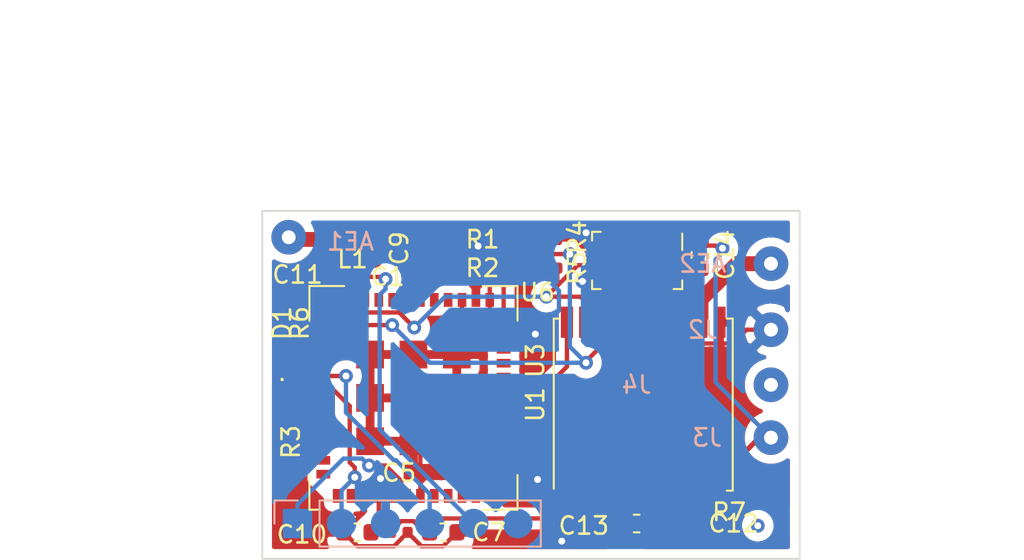
<source format=kicad_pcb>
(kicad_pcb (version 20171130) (host pcbnew "(5.1.2)-1")

  (general
    (thickness 0.6)
    (drawings 7)
    (tracks 238)
    (zones 0)
    (modules 27)
    (nets 52)
  )

  (page A3)
  (title_block
    (title "PCB for Lora Pico Tracker")
    (date 2019-10-21)
    (company "Imperial College Space Society")
    (comment 1 "Richard Ibbotson, Medad Newman")
  )

  (layers
    (0 F.Cu signal)
    (31 B.Cu signal)
    (32 B.Adhes user hide)
    (33 F.Adhes user)
    (34 B.Paste user hide)
    (35 F.Paste user hide)
    (36 B.SilkS user)
    (37 F.SilkS user)
    (38 B.Mask user hide)
    (39 F.Mask user hide)
    (40 Dwgs.User user)
    (41 Cmts.User user)
    (42 Eco1.User user)
    (43 Eco2.User user)
    (44 Edge.Cuts user)
    (45 Margin user hide)
    (46 B.CrtYd user)
    (47 F.CrtYd user)
    (48 B.Fab user hide)
    (49 F.Fab user hide)
  )

  (setup
    (last_trace_width 0.25)
    (user_trace_width 0.2)
    (user_trace_width 0.2933)
    (user_trace_width 0.5)
    (user_trace_width 0.8)
    (user_trace_width 0.86)
    (user_trace_width 1.08)
    (user_trace_width 2.54)
    (trace_clearance 0.2)
    (zone_clearance 0.508)
    (zone_45_only yes)
    (trace_min 0.2)
    (via_size 0.8)
    (via_drill 0.4)
    (via_min_size 0.4)
    (via_min_drill 0.3)
    (uvia_size 0.3)
    (uvia_drill 0.1)
    (uvias_allowed no)
    (uvia_min_size 0.2)
    (uvia_min_drill 0.1)
    (edge_width 0.05)
    (segment_width 0.2)
    (pcb_text_width 0.3)
    (pcb_text_size 1.5 1.5)
    (mod_edge_width 0.12)
    (mod_text_size 1 1)
    (mod_text_width 0.15)
    (pad_size 0.55 0.35)
    (pad_drill 0)
    (pad_to_mask_clearance 0.051)
    (solder_mask_min_width 0.25)
    (aux_axis_origin 0 0)
    (visible_elements 7FFFFFFF)
    (pcbplotparams
      (layerselection 0x3ffff_ffffffff)
      (usegerberextensions false)
      (usegerberattributes false)
      (usegerberadvancedattributes false)
      (creategerberjobfile false)
      (excludeedgelayer true)
      (linewidth 0.100000)
      (plotframeref false)
      (viasonmask false)
      (mode 1)
      (useauxorigin false)
      (hpglpennumber 1)
      (hpglpenspeed 20)
      (hpglpendiameter 15.000000)
      (psnegative false)
      (psa4output false)
      (plotreference true)
      (plotvalue true)
      (plotinvisibletext false)
      (padsonsilk false)
      (subtractmaskfromsilk false)
      (outputformat 1)
      (mirror false)
      (drillshape 0)
      (scaleselection 1)
      (outputdirectory "D:/Long term storage and temp/dead weight program downloads/Flight computer V1.1 gerbers/"))
  )

  (net 0 "")
  (net 1 GND)
  (net 2 +3V3)
  (net 3 "Net-(C9-Pad1)")
  (net 4 /I2C1_SDA)
  (net 5 /I2C1_SCL)
  (net 6 "Net-(AE2-Pad1)")
  (net 7 /SWDIO)
  (net 8 /RESET)
  (net 9 /VDD_TCXO)
  (net 10 /SWCLK)
  (net 11 "Net-(R3-Pad1)")
  (net 12 /GPS_TIMEPULSE)
  (net 13 /GPS_EXTINT)
  (net 14 /GPS_SAFEBOOT)
  (net 15 "Net-(AE1-Pad1)")
  (net 16 /V_SOLAR)
  (net 17 "Net-(J1-Pad6)")
  (net 18 "Net-(J4-Pad1)")
  (net 19 "Net-(U1-Pad2)")
  (net 20 "Net-(U1-Pad3)")
  (net 21 "Net-(U1-Pad14)")
  (net 22 "Net-(U1-Pad15)")
  (net 23 "Net-(U3-Pad38)")
  (net 24 "Net-(U3-Pad23)")
  (net 25 "Net-(U3-Pad22)")
  (net 26 "Net-(U3-Pad21)")
  (net 27 "Net-(U3-Pad20)")
  (net 28 "Net-(U3-Pad19)")
  (net 29 "Net-(U3-Pad13)")
  (net 30 "Net-(U3-Pad12)")
  (net 31 "Net-(U3-Pad37)")
  (net 32 "Net-(U3-Pad33)")
  (net 33 "Net-(U3-Pad32)")
  (net 34 "Net-(U3-Pad31)")
  (net 35 "Net-(U3-Pad30)")
  (net 36 "Net-(U3-Pad29)")
  (net 37 "Net-(U3-Pad28)")
  (net 38 "Net-(U3-Pad11)")
  (net 39 "Net-(U3-Pad10)")
  (net 40 "Net-(U3-Pad9)")
  (net 41 "Net-(U3-Pad8)")
  (net 42 "Net-(U3-Pad2)")
  (net 43 "Net-(U3-Pad45)")
  (net 44 "Net-(U3-Pad46)")
  (net 45 "Net-(U3-Pad47)")
  (net 46 "Net-(U6-Pad6)")
  (net 47 "Net-(U3-Pad18)")
  (net 48 "Net-(D1-Pad2)")
  (net 49 "Net-(U3-Pad1)")
  (net 50 /LED)
  (net 51 /SWITCH)

  (net_class Default "This is the default net class."
    (clearance 0.2)
    (trace_width 0.25)
    (via_dia 0.8)
    (via_drill 0.4)
    (uvia_dia 0.3)
    (uvia_drill 0.1)
    (add_net +3V3)
    (add_net /GPS_EXTINT)
    (add_net /GPS_SAFEBOOT)
    (add_net /GPS_TIMEPULSE)
    (add_net /I2C1_SCL)
    (add_net /I2C1_SDA)
    (add_net /LED)
    (add_net /RESET)
    (add_net /SWCLK)
    (add_net /SWDIO)
    (add_net /SWITCH)
    (add_net /VDD_TCXO)
    (add_net /V_SOLAR)
    (add_net GND)
    (add_net "Net-(AE1-Pad1)")
    (add_net "Net-(AE2-Pad1)")
    (add_net "Net-(C9-Pad1)")
    (add_net "Net-(D1-Pad2)")
    (add_net "Net-(J1-Pad6)")
    (add_net "Net-(J4-Pad1)")
    (add_net "Net-(R3-Pad1)")
    (add_net "Net-(U1-Pad14)")
    (add_net "Net-(U1-Pad15)")
    (add_net "Net-(U1-Pad2)")
    (add_net "Net-(U1-Pad3)")
    (add_net "Net-(U3-Pad1)")
    (add_net "Net-(U3-Pad10)")
    (add_net "Net-(U3-Pad11)")
    (add_net "Net-(U3-Pad12)")
    (add_net "Net-(U3-Pad13)")
    (add_net "Net-(U3-Pad18)")
    (add_net "Net-(U3-Pad19)")
    (add_net "Net-(U3-Pad2)")
    (add_net "Net-(U3-Pad20)")
    (add_net "Net-(U3-Pad21)")
    (add_net "Net-(U3-Pad22)")
    (add_net "Net-(U3-Pad23)")
    (add_net "Net-(U3-Pad28)")
    (add_net "Net-(U3-Pad29)")
    (add_net "Net-(U3-Pad30)")
    (add_net "Net-(U3-Pad31)")
    (add_net "Net-(U3-Pad32)")
    (add_net "Net-(U3-Pad33)")
    (add_net "Net-(U3-Pad37)")
    (add_net "Net-(U3-Pad38)")
    (add_net "Net-(U3-Pad45)")
    (add_net "Net-(U3-Pad46)")
    (add_net "Net-(U3-Pad47)")
    (add_net "Net-(U3-Pad8)")
    (add_net "Net-(U3-Pad9)")
    (add_net "Net-(U6-Pad6)")
  )

  (net_class Power ""
    (clearance 0.2)
    (trace_width 0.5)
    (via_dia 0.8)
    (via_drill 0.4)
    (uvia_dia 0.3)
    (uvia_drill 0.1)
  )

  (module Resistor_SMD:R_0402_1005Metric (layer F.Cu) (tedit 5B301BBD) (tstamp 5DB52631)
    (at 293.624 178.562)
    (descr "Resistor SMD 0402 (1005 Metric), square (rectangular) end terminal, IPC_7351 nominal, (Body size source: http://www.tortai-tech.com/upload/download/2011102023233369053.pdf), generated with kicad-footprint-generator")
    (tags resistor)
    (path /5DC0F569)
    (attr smd)
    (fp_text reference R7 (at 0 -1.17) (layer F.SilkS)
      (effects (font (size 1 1) (thickness 0.15)))
    )
    (fp_text value 100K (at 0 1.17) (layer F.Fab)
      (effects (font (size 1 1) (thickness 0.15)))
    )
    (fp_text user %R (at 0 0) (layer F.Fab)
      (effects (font (size 0.25 0.25) (thickness 0.04)))
    )
    (fp_line (start 0.93 0.47) (end -0.93 0.47) (layer F.CrtYd) (width 0.05))
    (fp_line (start 0.93 -0.47) (end 0.93 0.47) (layer F.CrtYd) (width 0.05))
    (fp_line (start -0.93 -0.47) (end 0.93 -0.47) (layer F.CrtYd) (width 0.05))
    (fp_line (start -0.93 0.47) (end -0.93 -0.47) (layer F.CrtYd) (width 0.05))
    (fp_line (start 0.5 0.25) (end -0.5 0.25) (layer F.Fab) (width 0.1))
    (fp_line (start 0.5 -0.25) (end 0.5 0.25) (layer F.Fab) (width 0.1))
    (fp_line (start -0.5 -0.25) (end 0.5 -0.25) (layer F.Fab) (width 0.1))
    (fp_line (start -0.5 0.25) (end -0.5 -0.25) (layer F.Fab) (width 0.1))
    (pad 2 smd roundrect (at 0.485 0) (size 0.59 0.64) (layers F.Cu F.Paste F.Mask) (roundrect_rratio 0.25)
      (net 1 GND))
    (pad 1 smd roundrect (at -0.485 0) (size 0.59 0.64) (layers F.Cu F.Paste F.Mask) (roundrect_rratio 0.25)
      (net 51 /SWITCH))
    (model ${KISYS3DMOD}/Resistor_SMD.3dshapes/R_0402_1005Metric.wrl
      (at (xyz 0 0 0))
      (scale (xyz 1 1 1))
      (rotate (xyz 0 0 0))
    )
  )

  (module RF_Module:CMWX1ZZABZ (layer F.Cu) (tedit 5C444AF1) (tstamp 5DB2FC74)
    (at 275.419 170.808 90)
    (descr https://wireless.murata.com/RFM/data/type_abz.pdf)
    (tags "iot lora sigfox")
    (path /5DC84013)
    (attr smd)
    (fp_text reference U3 (at 2.152 7.029 270) (layer F.SilkS)
      (effects (font (size 1 1) (thickness 0.15)))
    )
    (fp_text value CMWX1ZZABZ-078 (at 0 7.2 90) (layer F.Fab)
      (effects (font (size 1 1) (thickness 0.15)))
    )
    (fp_line (start -6.45 4) (end -6.45 6) (layer F.SilkS) (width 0.12))
    (fp_line (start -6.45 6) (end -4.45 6) (layer F.SilkS) (width 0.12))
    (fp_line (start 6.45 4) (end 6.45 6) (layer F.SilkS) (width 0.12))
    (fp_line (start 4.45 6) (end 6.45 6) (layer F.SilkS) (width 0.12))
    (fp_line (start -6.45 -6) (end -6.45 -5.4) (layer F.SilkS) (width 0.12))
    (fp_line (start -6.45 -6) (end -4.45 -6) (layer F.SilkS) (width 0.12))
    (fp_line (start 4.45 -6) (end 6.45 -6) (layer F.SilkS) (width 0.12))
    (fp_line (start 6.45 -6) (end 6.45 -4) (layer F.SilkS) (width 0.12))
    (fp_line (start -5.25 -5.8) (end 6.25 -5.8) (layer F.Fab) (width 0.1))
    (fp_line (start 6.25 -5.8) (end 6.25 5.8) (layer F.Fab) (width 0.1))
    (fp_line (start -6.25 5.8) (end 6.25 5.8) (layer F.Fab) (width 0.1))
    (fp_line (start -6.25 -4.8) (end -6.25 5.8) (layer F.Fab) (width 0.1))
    (fp_line (start -5.25 -5.8) (end -6.25 -4.8) (layer F.Fab) (width 0.1))
    (fp_line (start -6.5 6.05) (end 6.5 6.05) (layer F.CrtYd) (width 0.05))
    (fp_line (start -6.5 6.05) (end -6.5 -6.05) (layer F.CrtYd) (width 0.05))
    (fp_line (start -6.5 -6.05) (end 6.5 -6.05) (layer F.CrtYd) (width 0.05))
    (fp_line (start 6.5 -6.05) (end 6.5 6.05) (layer F.CrtYd) (width 0.05))
    (fp_text user %R (at 0 0 90) (layer F.Fab)
      (effects (font (size 1 1) (thickness 0.15)))
    )
    (pad 38 smd rect (at 3.6 -5.2 180) (size 0.8 0.5) (layers F.Cu F.Paste F.Mask)
      (net 23 "Net-(U3-Pad38)"))
    (pad 26 smd rect (at 5.65 3.6 90) (size 0.8 0.5) (layers F.Cu F.Paste F.Mask)
      (net 3 "Net-(C9-Pad1)"))
    (pad 25 smd rect (at 5.65 4.4 90) (size 0.8 0.5) (layers F.Cu F.Paste F.Mask)
      (net 1 GND))
    (pad 24 smd rect (at 4.4 5.2) (size 0.8 0.5) (layers F.Cu F.Paste F.Mask)
      (net 16 /V_SOLAR))
    (pad 23 smd rect (at 3.6 5.2) (size 0.8 0.5) (layers F.Cu F.Paste F.Mask)
      (net 24 "Net-(U3-Pad23)"))
    (pad 22 smd rect (at 2.8 5.2) (size 0.8 0.5) (layers F.Cu F.Paste F.Mask)
      (net 25 "Net-(U3-Pad22)"))
    (pad 21 smd rect (at 2 5.2) (size 0.8 0.5) (layers F.Cu F.Paste F.Mask)
      (net 26 "Net-(U3-Pad21)"))
    (pad 20 smd rect (at 1.2 5.2) (size 0.8 0.5) (layers F.Cu F.Paste F.Mask)
      (net 27 "Net-(U3-Pad20)"))
    (pad 19 smd rect (at 0.4 5.2 180) (size 0.8 0.5) (layers F.Cu F.Paste F.Mask)
      (net 28 "Net-(U3-Pad19)"))
    (pad 18 smd rect (at -0.4 5.2 180) (size 0.8 0.5) (layers F.Cu F.Paste F.Mask)
      (net 47 "Net-(U3-Pad18)"))
    (pad 17 smd rect (at -1.2 5.2 180) (size 0.8 0.5) (layers F.Cu F.Paste F.Mask)
      (net 14 /GPS_SAFEBOOT))
    (pad 16 smd rect (at -2 5.2 180) (size 0.8 0.5) (layers F.Cu F.Paste F.Mask)
      (net 13 /GPS_EXTINT))
    (pad 15 smd rect (at -2.8 5.2 180) (size 0.8 0.5) (layers F.Cu F.Paste F.Mask)
      (net 12 /GPS_TIMEPULSE))
    (pad 14 smd rect (at -3.6 5.2 180) (size 0.8 0.5) (layers F.Cu F.Paste F.Mask)
      (net 51 /SWITCH))
    (pad 13 smd rect (at -4.4 5.2 180) (size 0.8 0.5) (layers F.Cu F.Paste F.Mask)
      (net 29 "Net-(U3-Pad13)"))
    (pad 12 smd rect (at -5.65 4.4 90) (size 0.8 0.5) (layers F.Cu F.Paste F.Mask)
      (net 30 "Net-(U3-Pad12)"))
    (pad 41 smd rect (at 1.2 -5.2 180) (size 0.8 0.5) (layers F.Cu F.Paste F.Mask)
      (net 7 /SWDIO))
    (pad 40 smd rect (at 2 -5.2 180) (size 0.8 0.5) (layers F.Cu F.Paste F.Mask)
      (net 50 /LED))
    (pad 39 smd rect (at 2.8 -5.2 180) (size 0.8 0.5) (layers F.Cu F.Paste F.Mask)
      (net 9 /VDD_TCXO))
    (pad 37 smd rect (at 4.4 -5.2 180) (size 0.8 0.5) (layers F.Cu F.Paste F.Mask)
      (net 31 "Net-(U3-Pad37)"))
    (pad 36 smd rect (at 5.65 -4.4 90) (size 0.8 0.5) (layers F.Cu F.Paste F.Mask)
      (net 4 /I2C1_SDA))
    (pad 35 smd rect (at 5.65 -3.6 90) (size 0.8 0.5) (layers F.Cu F.Paste F.Mask)
      (net 5 /I2C1_SCL))
    (pad 34 smd rect (at 5.65 -2.8 90) (size 0.8 0.5) (layers F.Cu F.Paste F.Mask)
      (net 8 /RESET))
    (pad 33 smd rect (at 5.65 -2 90) (size 0.8 0.5) (layers F.Cu F.Paste F.Mask)
      (net 32 "Net-(U3-Pad33)"))
    (pad 32 smd rect (at 5.65 -1.2 90) (size 0.8 0.5) (layers F.Cu F.Paste F.Mask)
      (net 33 "Net-(U3-Pad32)"))
    (pad 31 smd rect (at 5.65 -0.4 90) (size 0.8 0.5) (layers F.Cu F.Paste F.Mask)
      (net 34 "Net-(U3-Pad31)"))
    (pad 30 smd rect (at 5.65 0.4 90) (size 0.8 0.5) (layers F.Cu F.Paste F.Mask)
      (net 35 "Net-(U3-Pad30)"))
    (pad 29 smd rect (at 5.65 1.2 90) (size 0.8 0.5) (layers F.Cu F.Paste F.Mask)
      (net 36 "Net-(U3-Pad29)"))
    (pad 28 smd rect (at 5.65 2 90) (size 0.8 0.5) (layers F.Cu F.Paste F.Mask)
      (net 37 "Net-(U3-Pad28)"))
    (pad 27 smd rect (at 5.65 2.8 90) (size 0.8 0.5) (layers F.Cu F.Paste F.Mask)
      (net 1 GND))
    (pad 11 smd rect (at -5.65 3.6 90) (size 0.8 0.5) (layers F.Cu F.Paste F.Mask)
      (net 38 "Net-(U3-Pad11)"))
    (pad 10 smd rect (at -5.65 2.8 90) (size 0.8 0.5) (layers F.Cu F.Paste F.Mask)
      (net 39 "Net-(U3-Pad10)"))
    (pad 9 smd rect (at -5.65 2 90) (size 0.8 0.5) (layers F.Cu F.Paste F.Mask)
      (net 40 "Net-(U3-Pad9)"))
    (pad 8 smd rect (at -5.65 1.2 90) (size 0.8 0.5) (layers F.Cu F.Paste F.Mask)
      (net 41 "Net-(U3-Pad8)"))
    (pad 7 smd rect (at -5.65 0.4 90) (size 0.8 0.5) (layers F.Cu F.Paste F.Mask)
      (net 1 GND))
    (pad 6 smd rect (at -5.65 -0.4 90) (size 0.8 0.5) (layers F.Cu F.Paste F.Mask)
      (net 2 +3V3))
    (pad 5 smd rect (at -5.65 -1.2 90) (size 0.8 0.5) (layers F.Cu F.Paste F.Mask)
      (net 2 +3V3))
    (pad 4 smd rect (at -5.65 -2 90) (size 0.8 0.5) (layers F.Cu F.Paste F.Mask)
      (net 2 +3V3))
    (pad 3 smd rect (at -5.65 -2.8 90) (size 0.8 0.5) (layers F.Cu F.Paste F.Mask)
      (net 1 GND))
    (pad 2 smd rect (at -5.65 -3.6 90) (size 0.8 0.5) (layers F.Cu F.Paste F.Mask)
      (net 42 "Net-(U3-Pad2)"))
    (pad 1 smd rect (at -5.65 -4.4 90) (size 0.8 0.5) (layers F.Cu F.Paste F.Mask)
      (net 49 "Net-(U3-Pad1)"))
    (pad 42 smd rect (at 0.4 -5.2 180) (size 0.8 0.5) (layers F.Cu F.Paste F.Mask)
      (net 10 /SWCLK))
    (pad 43 smd rect (at -0.4 -5.2 180) (size 0.8 0.5) (layers F.Cu F.Paste F.Mask)
      (net 11 "Net-(R3-Pad1)"))
    (pad 44 smd rect (at -1.2 -5.2 180) (size 0.8 0.5) (layers F.Cu F.Paste F.Mask)
      (net 1 GND))
    (pad 45 smd rect (at -2 -5.2 180) (size 0.8 0.5) (layers F.Cu F.Paste F.Mask)
      (net 43 "Net-(U3-Pad45)"))
    (pad 46 smd rect (at -2.8 -5.2 180) (size 0.8 0.5) (layers F.Cu F.Paste F.Mask)
      (net 44 "Net-(U3-Pad46)"))
    (pad 47 smd rect (at -3.6 -5.2 180) (size 0.8 0.5) (layers F.Cu F.Paste F.Mask)
      (net 45 "Net-(U3-Pad47)"))
    (pad 48 smd rect (at -4.4 -5.2 180) (size 0.8 0.5) (layers F.Cu F.Paste F.Mask)
      (net 9 /VDD_TCXO))
    (pad 49 smd rect (at -2.5 -2.5 180) (size 1.6 1.6) (layers F.Cu F.Paste F.Mask)
      (net 1 GND))
    (pad 50 smd rect (at 0 -2.5 180) (size 1.6 1.6) (layers F.Cu F.Paste F.Mask)
      (net 1 GND))
    (pad 51 smd rect (at 2.5 -2.5 180) (size 1.6 1.6) (layers F.Cu F.Paste F.Mask)
      (net 1 GND))
    (pad 52 smd rect (at -2.5 0 180) (size 1.6 1.6) (layers F.Cu F.Paste F.Mask)
      (net 1 GND))
    (pad 53 smd rect (at 0 0 180) (size 1.6 1.6) (layers F.Cu F.Paste F.Mask)
      (net 1 GND))
    (pad 54 smd rect (at 2.5 0 180) (size 1.6 1.6) (layers F.Cu F.Paste F.Mask)
      (net 1 GND))
    (pad 55 smd rect (at -2.5 2.5 180) (size 1.6 1.6) (layers F.Cu F.Paste F.Mask)
      (net 1 GND))
    (pad 56 smd rect (at 0 2.5 180) (size 1.6 1.6) (layers F.Cu F.Paste F.Mask)
      (net 1 GND))
    (pad 57 smd rect (at 2.5 2.5 180) (size 1.6 1.6) (layers F.Cu F.Paste F.Mask)
      (net 1 GND))
    (model ${KISYS3DMOD}/RF_Module.3dshapes/CMWX1ZZABZ.wrl
      (at (xyz 0 0 0))
      (scale (xyz 1 1 1))
      (rotate (xyz 0 0 0))
    )
  )

  (module Resistor_SMD:R_0402_1005Metric (layer F.Cu) (tedit 5B301BBD) (tstamp 5DB48375)
    (at 268.859 168.656 270)
    (descr "Resistor SMD 0402 (1005 Metric), square (rectangular) end terminal, IPC_7351 nominal, (Body size source: http://www.tortai-tech.com/upload/download/2011102023233369053.pdf), generated with kicad-footprint-generator")
    (tags resistor)
    (path /5DBC5657)
    (attr smd)
    (fp_text reference R6 (at -2.159 0 90) (layer F.SilkS)
      (effects (font (size 1 1) (thickness 0.15)))
    )
    (fp_text value R (at 0 1.17 90) (layer F.Fab)
      (effects (font (size 1 1) (thickness 0.15)))
    )
    (fp_text user %R (at 0 0 90) (layer F.Fab)
      (effects (font (size 0.25 0.25) (thickness 0.04)))
    )
    (fp_line (start 0.93 0.47) (end -0.93 0.47) (layer F.CrtYd) (width 0.05))
    (fp_line (start 0.93 -0.47) (end 0.93 0.47) (layer F.CrtYd) (width 0.05))
    (fp_line (start -0.93 -0.47) (end 0.93 -0.47) (layer F.CrtYd) (width 0.05))
    (fp_line (start -0.93 0.47) (end -0.93 -0.47) (layer F.CrtYd) (width 0.05))
    (fp_line (start 0.5 0.25) (end -0.5 0.25) (layer F.Fab) (width 0.1))
    (fp_line (start 0.5 -0.25) (end 0.5 0.25) (layer F.Fab) (width 0.1))
    (fp_line (start -0.5 -0.25) (end 0.5 -0.25) (layer F.Fab) (width 0.1))
    (fp_line (start -0.5 0.25) (end -0.5 -0.25) (layer F.Fab) (width 0.1))
    (pad 2 smd roundrect (at 0.485 0 270) (size 0.59 0.64) (layers F.Cu F.Paste F.Mask) (roundrect_rratio 0.25)
      (net 50 /LED))
    (pad 1 smd roundrect (at -0.485 0 270) (size 0.59 0.64) (layers F.Cu F.Paste F.Mask) (roundrect_rratio 0.25)
      (net 48 "Net-(D1-Pad2)"))
    (model ${KISYS3DMOD}/Resistor_SMD.3dshapes/R_0402_1005Metric.wrl
      (at (xyz 0 0 0))
      (scale (xyz 1 1 1))
      (rotate (xyz 0 0 0))
    )
  )

  (module LED_SMD:LED_0402_1005Metric (layer F.Cu) (tedit 5B301BBE) (tstamp 5DB48271)
    (at 267.843 168.656 90)
    (descr "LED SMD 0402 (1005 Metric), square (rectangular) end terminal, IPC_7351 nominal, (Body size source: http://www.tortai-tech.com/upload/download/2011102023233369053.pdf), generated with kicad-footprint-generator")
    (tags LED)
    (path /5DBC4B62)
    (attr smd)
    (fp_text reference D1 (at 2.159 0 90) (layer F.SilkS)
      (effects (font (size 1 1) (thickness 0.15)))
    )
    (fp_text value LED (at 0 1.17 90) (layer F.Fab)
      (effects (font (size 1 1) (thickness 0.15)))
    )
    (fp_text user %R (at 0 0 90) (layer F.Fab)
      (effects (font (size 0.25 0.25) (thickness 0.04)))
    )
    (fp_line (start 0.93 0.47) (end -0.93 0.47) (layer F.CrtYd) (width 0.05))
    (fp_line (start 0.93 -0.47) (end 0.93 0.47) (layer F.CrtYd) (width 0.05))
    (fp_line (start -0.93 -0.47) (end 0.93 -0.47) (layer F.CrtYd) (width 0.05))
    (fp_line (start -0.93 0.47) (end -0.93 -0.47) (layer F.CrtYd) (width 0.05))
    (fp_line (start -0.3 0.25) (end -0.3 -0.25) (layer F.Fab) (width 0.1))
    (fp_line (start -0.4 0.25) (end -0.4 -0.25) (layer F.Fab) (width 0.1))
    (fp_line (start 0.5 0.25) (end -0.5 0.25) (layer F.Fab) (width 0.1))
    (fp_line (start 0.5 -0.25) (end 0.5 0.25) (layer F.Fab) (width 0.1))
    (fp_line (start -0.5 -0.25) (end 0.5 -0.25) (layer F.Fab) (width 0.1))
    (fp_line (start -0.5 0.25) (end -0.5 -0.25) (layer F.Fab) (width 0.1))
    (fp_circle (center -1.09 0) (end -1.04 0) (layer F.SilkS) (width 0.1))
    (pad 2 smd roundrect (at 0.485 0 90) (size 0.59 0.64) (layers F.Cu F.Paste F.Mask) (roundrect_rratio 0.25)
      (net 48 "Net-(D1-Pad2)"))
    (pad 1 smd roundrect (at -0.485 0 90) (size 0.59 0.64) (layers F.Cu F.Paste F.Mask) (roundrect_rratio 0.25)
      (net 1 GND))
    (model ${KISYS3DMOD}/LED_SMD.3dshapes/LED_0402_1005Metric.wrl
      (at (xyz 0 0 0))
      (scale (xyz 1 1 1))
      (rotate (xyz 0 0 0))
    )
  )

  (module Connector_Wire:SolderWirePad_1x01_Drill0.8mm (layer F.Cu) (tedit 5A2676A0) (tstamp 5DB3FC54)
    (at 296.037 170.053 90)
    (descr "Wire solder connection")
    (tags connector)
    (path /5DCBAB7A)
    (attr virtual)
    (fp_text reference J4 (at 0 -7.747 180) (layer B.SilkS)
      (effects (font (size 1 1) (thickness 0.15)) (justify mirror))
    )
    (fp_text value Unconnected (at 0 2.54 90) (layer F.Fab)
      (effects (font (size 1 1) (thickness 0.15)))
    )
    (fp_line (start 1.5 1.5) (end -1.5 1.5) (layer F.CrtYd) (width 0.05))
    (fp_line (start 1.5 1.5) (end 1.5 -1.5) (layer F.CrtYd) (width 0.05))
    (fp_line (start -1.5 -1.5) (end -1.5 1.5) (layer F.CrtYd) (width 0.05))
    (fp_line (start -1.5 -1.5) (end 1.5 -1.5) (layer F.CrtYd) (width 0.05))
    (fp_text user %R (at 0 0 90) (layer F.Fab)
      (effects (font (size 1 1) (thickness 0.15)))
    )
    (pad 1 thru_hole circle (at 0 0 90) (size 1.99898 1.99898) (drill 0.8001) (layers *.Cu *.Mask)
      (net 18 "Net-(J4-Pad1)"))
  )

  (module Connector_Wire:SolderWirePad_1x01_Drill0.8mm (layer F.Cu) (tedit 5A2676A0) (tstamp 5DB3DEF2)
    (at 296.037 173.101 270)
    (descr "Wire solder connection")
    (tags connector)
    (path /5DC8A70A)
    (attr virtual)
    (fp_text reference J3 (at 0 3.683 180) (layer B.SilkS)
      (effects (font (size 1 1) (thickness 0.15)) (justify mirror))
    )
    (fp_text value 3.3V (at 0 2.54 90) (layer F.Fab)
      (effects (font (size 1 1) (thickness 0.15)))
    )
    (fp_line (start 1.5 1.5) (end -1.5 1.5) (layer F.CrtYd) (width 0.05))
    (fp_line (start 1.5 1.5) (end 1.5 -1.5) (layer F.CrtYd) (width 0.05))
    (fp_line (start -1.5 -1.5) (end -1.5 1.5) (layer F.CrtYd) (width 0.05))
    (fp_line (start -1.5 -1.5) (end 1.5 -1.5) (layer F.CrtYd) (width 0.05))
    (fp_text user %R (at 0 0 90) (layer F.Fab)
      (effects (font (size 1 1) (thickness 0.15)))
    )
    (pad 1 thru_hole circle (at 0 0 270) (size 1.99898 1.99898) (drill 0.8001) (layers *.Cu *.Mask)
      (net 2 +3V3))
  )

  (module Connector_Wire:SolderWirePad_1x01_Drill0.8mm (layer F.Cu) (tedit 5A2676A0) (tstamp 5DB3DEDC)
    (at 296.037 166.878 270)
    (descr "Wire solder connection")
    (tags connector)
    (path /5DC8B635)
    (attr virtual)
    (fp_text reference J2 (at 0 3.937 180) (layer B.SilkS)
      (effects (font (size 1 1) (thickness 0.15)) (justify mirror))
    )
    (fp_text value GND (at 0 2.54 90) (layer F.Fab)
      (effects (font (size 1 1) (thickness 0.15)))
    )
    (fp_line (start 1.5 1.5) (end -1.5 1.5) (layer F.CrtYd) (width 0.05))
    (fp_line (start 1.5 1.5) (end 1.5 -1.5) (layer F.CrtYd) (width 0.05))
    (fp_line (start -1.5 -1.5) (end -1.5 1.5) (layer F.CrtYd) (width 0.05))
    (fp_line (start -1.5 -1.5) (end 1.5 -1.5) (layer F.CrtYd) (width 0.05))
    (fp_text user %R (at 0 0 90) (layer F.Fab)
      (effects (font (size 1 1) (thickness 0.15)))
    )
    (pad 1 thru_hole circle (at 0 0 270) (size 1.99898 1.99898) (drill 0.8001) (layers *.Cu *.Mask)
      (net 1 GND))
  )

  (module Connector_Wire:SolderWirePad_1x01_Drill0.8mm (layer F.Cu) (tedit 5A2676A0) (tstamp 5DB1388A)
    (at 296.037 163.068 90)
    (descr "Wire solder connection")
    (tags connector)
    (path /5DDA946B)
    (attr virtual)
    (fp_text reference AE2 (at 0 -3.937) (layer B.SilkS)
      (effects (font (size 1 1) (thickness 0.15)) (justify mirror))
    )
    (fp_text value "GPS Antenna" (at 5.715 -1.524 180) (layer F.Fab)
      (effects (font (size 1 1) (thickness 0.15)))
    )
    (fp_line (start 1.5 1.5) (end -1.5 1.5) (layer F.CrtYd) (width 0.05))
    (fp_line (start 1.5 1.5) (end 1.5 -1.5) (layer F.CrtYd) (width 0.05))
    (fp_line (start -1.5 -1.5) (end -1.5 1.5) (layer F.CrtYd) (width 0.05))
    (fp_line (start -1.5 -1.5) (end 1.5 -1.5) (layer F.CrtYd) (width 0.05))
    (fp_text user %R (at 0 0 90) (layer F.Fab)
      (effects (font (size 1 1) (thickness 0.15)))
    )
    (pad 1 thru_hole circle (at 0 0 90) (size 1.99898 1.99898) (drill 0.8001) (layers *.Cu *.Mask)
      (net 6 "Net-(AE2-Pad1)"))
  )

  (module Connector_Wire:SolderWirePad_1x01_Drill0.8mm (layer F.Cu) (tedit 5A2676A0) (tstamp 5DB13882)
    (at 268.224 161.544)
    (descr "Wire solder connection")
    (tags connector)
    (path /5DE442FF)
    (attr virtual)
    (fp_text reference AE1 (at 3.556 0.254) (layer B.SilkS)
      (effects (font (size 1 1) (thickness 0.15)) (justify mirror))
    )
    (fp_text value "Lora Antenna" (at 0 2.54) (layer F.Fab)
      (effects (font (size 1 1) (thickness 0.15)))
    )
    (fp_line (start 1.5 1.5) (end -1.5 1.5) (layer F.CrtYd) (width 0.05))
    (fp_line (start 1.5 1.5) (end 1.5 -1.5) (layer F.CrtYd) (width 0.05))
    (fp_line (start -1.5 -1.5) (end -1.5 1.5) (layer F.CrtYd) (width 0.05))
    (fp_line (start -1.5 -1.5) (end 1.5 -1.5) (layer F.CrtYd) (width 0.05))
    (fp_text user %R (at 0 0) (layer F.Fab)
      (effects (font (size 1 1) (thickness 0.15)))
    )
    (pad 1 thru_hole circle (at 0 0) (size 1.99898 1.99898) (drill 0.8001) (layers *.Cu *.Mask)
      (net 15 "Net-(AE1-Pad1)"))
  )

  (module Resistor_SMD:R_0402_1005Metric (layer F.Cu) (tedit 5B301BBD) (tstamp 5DB3FC8E)
    (at 281.328 163.322)
    (descr "Resistor SMD 0402 (1005 Metric), square (rectangular) end terminal, IPC_7351 nominal, (Body size source: http://www.tortai-tech.com/upload/download/2011102023233369053.pdf), generated with kicad-footprint-generator")
    (tags resistor)
    (path /5DCD0192)
    (attr smd)
    (fp_text reference R2 (at -1.928 0 180) (layer F.SilkS)
      (effects (font (size 1 1) (thickness 0.15)))
    )
    (fp_text value 100K (at 0 1.17) (layer F.Fab)
      (effects (font (size 1 1) (thickness 0.15)))
    )
    (fp_text user %R (at 0 0) (layer F.Fab)
      (effects (font (size 0.25 0.25) (thickness 0.04)))
    )
    (fp_line (start 0.93 0.47) (end -0.93 0.47) (layer F.CrtYd) (width 0.05))
    (fp_line (start 0.93 -0.47) (end 0.93 0.47) (layer F.CrtYd) (width 0.05))
    (fp_line (start -0.93 -0.47) (end 0.93 -0.47) (layer F.CrtYd) (width 0.05))
    (fp_line (start -0.93 0.47) (end -0.93 -0.47) (layer F.CrtYd) (width 0.05))
    (fp_line (start 0.5 0.25) (end -0.5 0.25) (layer F.Fab) (width 0.1))
    (fp_line (start 0.5 -0.25) (end 0.5 0.25) (layer F.Fab) (width 0.1))
    (fp_line (start -0.5 -0.25) (end 0.5 -0.25) (layer F.Fab) (width 0.1))
    (fp_line (start -0.5 0.25) (end -0.5 -0.25) (layer F.Fab) (width 0.1))
    (pad 2 smd roundrect (at 0.485 0) (size 0.59 0.64) (layers F.Cu F.Paste F.Mask) (roundrect_rratio 0.25)
      (net 1 GND))
    (pad 1 smd roundrect (at -0.485 0) (size 0.59 0.64) (layers F.Cu F.Paste F.Mask) (roundrect_rratio 0.25)
      (net 16 /V_SOLAR))
    (model ${KISYS3DMOD}/Resistor_SMD.3dshapes/R_0402_1005Metric.wrl
      (at (xyz 0 0 0))
      (scale (xyz 1 1 1))
      (rotate (xyz 0 0 0))
    )
  )

  (module Resistor_SMD:R_0402_1005Metric (layer F.Cu) (tedit 5B301BBD) (tstamp 5DB3FC7F)
    (at 281.305 161.671 180)
    (descr "Resistor SMD 0402 (1005 Metric), square (rectangular) end terminal, IPC_7351 nominal, (Body size source: http://www.tortai-tech.com/upload/download/2011102023233369053.pdf), generated with kicad-footprint-generator")
    (tags resistor)
    (path /5DCCF4D3)
    (attr smd)
    (fp_text reference R1 (at 1.905 0) (layer F.SilkS)
      (effects (font (size 1 1) (thickness 0.15)))
    )
    (fp_text value 100K (at 0 1.17) (layer F.Fab)
      (effects (font (size 1 1) (thickness 0.15)))
    )
    (fp_text user %R (at 0 0) (layer F.Fab)
      (effects (font (size 0.25 0.25) (thickness 0.04)))
    )
    (fp_line (start 0.93 0.47) (end -0.93 0.47) (layer F.CrtYd) (width 0.05))
    (fp_line (start 0.93 -0.47) (end 0.93 0.47) (layer F.CrtYd) (width 0.05))
    (fp_line (start -0.93 -0.47) (end 0.93 -0.47) (layer F.CrtYd) (width 0.05))
    (fp_line (start -0.93 0.47) (end -0.93 -0.47) (layer F.CrtYd) (width 0.05))
    (fp_line (start 0.5 0.25) (end -0.5 0.25) (layer F.Fab) (width 0.1))
    (fp_line (start 0.5 -0.25) (end 0.5 0.25) (layer F.Fab) (width 0.1))
    (fp_line (start -0.5 -0.25) (end 0.5 -0.25) (layer F.Fab) (width 0.1))
    (fp_line (start -0.5 0.25) (end -0.5 -0.25) (layer F.Fab) (width 0.1))
    (pad 2 smd roundrect (at 0.485 0 180) (size 0.59 0.64) (layers F.Cu F.Paste F.Mask) (roundrect_rratio 0.25)
      (net 16 /V_SOLAR))
    (pad 1 smd roundrect (at -0.485 0 180) (size 0.59 0.64) (layers F.Cu F.Paste F.Mask) (roundrect_rratio 0.25)
      (net 2 +3V3))
    (model ${KISYS3DMOD}/Resistor_SMD.3dshapes/R_0402_1005Metric.wrl
      (at (xyz 0 0 0))
      (scale (xyz 1 1 1))
      (rotate (xyz 0 0 0))
    )
  )

  (module Resistor_SMD:R_0402_1005Metric (layer F.Cu) (tedit 5B301BBD) (tstamp 5DB1398F)
    (at 283.233 163.322)
    (descr "Resistor SMD 0402 (1005 Metric), square (rectangular) end terminal, IPC_7351 nominal, (Body size source: http://www.tortai-tech.com/upload/download/2011102023233369053.pdf), generated with kicad-footprint-generator")
    (tags resistor)
    (path /5DC8415A)
    (attr smd)
    (fp_text reference R5 (at 1.628 0 90) (layer F.SilkS)
      (effects (font (size 1 1) (thickness 0.15)))
    )
    (fp_text value 4.7K (at 0 1.17) (layer F.Fab)
      (effects (font (size 1 1) (thickness 0.15)))
    )
    (fp_text user %R (at 0 0) (layer F.Fab)
      (effects (font (size 0.25 0.25) (thickness 0.04)))
    )
    (fp_line (start 0.93 0.47) (end -0.93 0.47) (layer F.CrtYd) (width 0.05))
    (fp_line (start 0.93 -0.47) (end 0.93 0.47) (layer F.CrtYd) (width 0.05))
    (fp_line (start -0.93 -0.47) (end 0.93 -0.47) (layer F.CrtYd) (width 0.05))
    (fp_line (start -0.93 0.47) (end -0.93 -0.47) (layer F.CrtYd) (width 0.05))
    (fp_line (start 0.5 0.25) (end -0.5 0.25) (layer F.Fab) (width 0.1))
    (fp_line (start 0.5 -0.25) (end 0.5 0.25) (layer F.Fab) (width 0.1))
    (fp_line (start -0.5 -0.25) (end 0.5 -0.25) (layer F.Fab) (width 0.1))
    (fp_line (start -0.5 0.25) (end -0.5 -0.25) (layer F.Fab) (width 0.1))
    (pad 2 smd roundrect (at 0.485 0) (size 0.59 0.64) (layers F.Cu F.Paste F.Mask) (roundrect_rratio 0.25)
      (net 5 /I2C1_SCL))
    (pad 1 smd roundrect (at -0.485 0) (size 0.59 0.64) (layers F.Cu F.Paste F.Mask) (roundrect_rratio 0.25)
      (net 2 +3V3))
    (model ${KISYS3DMOD}/Resistor_SMD.3dshapes/R_0402_1005Metric.wrl
      (at (xyz 0 0 0))
      (scale (xyz 1 1 1))
      (rotate (xyz 0 0 0))
    )
  )

  (module Resistor_SMD:R_0402_1005Metric (layer F.Cu) (tedit 5B301BBD) (tstamp 5DB2AF4A)
    (at 283.21 161.671 180)
    (descr "Resistor SMD 0402 (1005 Metric), square (rectangular) end terminal, IPC_7351 nominal, (Body size source: http://www.tortai-tech.com/upload/download/2011102023233369053.pdf), generated with kicad-footprint-generator")
    (tags resistor)
    (path /5DC84150)
    (attr smd)
    (fp_text reference R4 (at -1.651 0.127 270) (layer F.SilkS)
      (effects (font (size 1 1) (thickness 0.15)))
    )
    (fp_text value 4.7K (at 0 1.17) (layer F.Fab)
      (effects (font (size 1 1) (thickness 0.15)))
    )
    (fp_text user %R (at 0 0) (layer F.Fab)
      (effects (font (size 0.25 0.25) (thickness 0.04)))
    )
    (fp_line (start 0.93 0.47) (end -0.93 0.47) (layer F.CrtYd) (width 0.05))
    (fp_line (start 0.93 -0.47) (end 0.93 0.47) (layer F.CrtYd) (width 0.05))
    (fp_line (start -0.93 -0.47) (end 0.93 -0.47) (layer F.CrtYd) (width 0.05))
    (fp_line (start -0.93 0.47) (end -0.93 -0.47) (layer F.CrtYd) (width 0.05))
    (fp_line (start 0.5 0.25) (end -0.5 0.25) (layer F.Fab) (width 0.1))
    (fp_line (start 0.5 -0.25) (end 0.5 0.25) (layer F.Fab) (width 0.1))
    (fp_line (start -0.5 -0.25) (end 0.5 -0.25) (layer F.Fab) (width 0.1))
    (fp_line (start -0.5 0.25) (end -0.5 -0.25) (layer F.Fab) (width 0.1))
    (pad 2 smd roundrect (at 0.485 0 180) (size 0.59 0.64) (layers F.Cu F.Paste F.Mask) (roundrect_rratio 0.25)
      (net 4 /I2C1_SDA))
    (pad 1 smd roundrect (at -0.485 0 180) (size 0.59 0.64) (layers F.Cu F.Paste F.Mask) (roundrect_rratio 0.25)
      (net 2 +3V3))
    (model ${KISYS3DMOD}/Resistor_SMD.3dshapes/R_0402_1005Metric.wrl
      (at (xyz 0 0 0))
      (scale (xyz 1 1 1))
      (rotate (xyz 0 0 0))
    )
  )

  (module Capacitor_SMD:C_0402_1005Metric (layer F.Cu) (tedit 5B301BBE) (tstamp 5DB13917)
    (at 291.361 178.054 180)
    (descr "Capacitor SMD 0402 (1005 Metric), square (rectangular) end terminal, IPC_7351 nominal, (Body size source: http://www.tortai-tech.com/upload/download/2011102023233369053.pdf), generated with kicad-footprint-generator")
    (tags capacitor)
    (path /5DC841CA)
    (attr smd)
    (fp_text reference C12 (at -2.517 0) (layer F.SilkS)
      (effects (font (size 1 1) (thickness 0.15)))
    )
    (fp_text value 100nF (at 0 1.17) (layer F.Fab)
      (effects (font (size 1 1) (thickness 0.15)))
    )
    (fp_text user %R (at 0 0) (layer F.Fab)
      (effects (font (size 0.25 0.25) (thickness 0.04)))
    )
    (fp_line (start 0.93 0.47) (end -0.93 0.47) (layer F.CrtYd) (width 0.05))
    (fp_line (start 0.93 -0.47) (end 0.93 0.47) (layer F.CrtYd) (width 0.05))
    (fp_line (start -0.93 -0.47) (end 0.93 -0.47) (layer F.CrtYd) (width 0.05))
    (fp_line (start -0.93 0.47) (end -0.93 -0.47) (layer F.CrtYd) (width 0.05))
    (fp_line (start 0.5 0.25) (end -0.5 0.25) (layer F.Fab) (width 0.1))
    (fp_line (start 0.5 -0.25) (end 0.5 0.25) (layer F.Fab) (width 0.1))
    (fp_line (start -0.5 -0.25) (end 0.5 -0.25) (layer F.Fab) (width 0.1))
    (fp_line (start -0.5 0.25) (end -0.5 -0.25) (layer F.Fab) (width 0.1))
    (pad 2 smd roundrect (at 0.485 0 180) (size 0.59 0.64) (layers F.Cu F.Paste F.Mask) (roundrect_rratio 0.25)
      (net 1 GND))
    (pad 1 smd roundrect (at -0.485 0 180) (size 0.59 0.64) (layers F.Cu F.Paste F.Mask) (roundrect_rratio 0.25)
      (net 2 +3V3))
    (model ${KISYS3DMOD}/Capacitor_SMD.3dshapes/C_0402_1005Metric.wrl
      (at (xyz 0 0 0))
      (scale (xyz 1 1 1))
      (rotate (xyz 0 0 0))
    )
  )

  (module femto_footprints:special_test_pads (layer B.Cu) (tedit 5CC65C4A) (tstamp 5DB13953)
    (at 268.732 178.054 270)
    (descr "Through hole straight pin header, 1x06, 2.54mm pitch, single row")
    (tags "Through hole pin header THT 1x06 2.54mm single row")
    (path /5DC84045)
    (fp_text reference J1 (at -2.286 3.556) (layer B.SilkS) hide
      (effects (font (size 1 1) (thickness 0.15)) (justify mirror))
    )
    (fp_text value Conn_01x06 (at 0 -15.03 270) (layer B.Fab) hide
      (effects (font (size 1 1) (thickness 0.15)) (justify mirror))
    )
    (fp_line (start -0.635 1.27) (end 1.27 1.27) (layer B.Fab) (width 0.1))
    (fp_line (start 1.27 1.27) (end 1.27 -13.97) (layer B.Fab) (width 0.1))
    (fp_line (start 1.27 -13.97) (end -1.27 -13.97) (layer B.Fab) (width 0.1))
    (fp_line (start -1.27 -13.97) (end -1.27 0.635) (layer B.Fab) (width 0.1))
    (fp_line (start -1.27 0.635) (end -0.635 1.27) (layer B.Fab) (width 0.1))
    (fp_line (start -1.33 -14.03) (end 1.33 -14.03) (layer B.SilkS) (width 0.12))
    (fp_line (start -1.33 -1.27) (end -1.33 -14.03) (layer B.SilkS) (width 0.12))
    (fp_line (start 1.33 -1.27) (end 1.33 -14.03) (layer B.SilkS) (width 0.12))
    (fp_line (start -1.33 -1.27) (end 1.33 -1.27) (layer B.SilkS) (width 0.12))
    (fp_line (start -1.33 0) (end -1.33 1.33) (layer B.SilkS) (width 0.12))
    (fp_line (start -1.33 1.33) (end 0 1.33) (layer B.SilkS) (width 0.12))
    (fp_line (start -1.8 1.8) (end -1.8 -14.5) (layer B.CrtYd) (width 0.05))
    (fp_line (start -1.8 -14.5) (end 1.8 -14.5) (layer B.CrtYd) (width 0.05))
    (fp_line (start 1.8 -14.5) (end 1.8 1.8) (layer B.CrtYd) (width 0.05))
    (fp_line (start 1.8 1.8) (end -1.8 1.8) (layer B.CrtYd) (width 0.05))
    (fp_text user %R (at 0 -6.35) (layer B.Fab) hide
      (effects (font (size 1 1) (thickness 0.15)) (justify mirror))
    )
    (pad 1 smd rect (at 0 0 270) (size 1.7 1.7) (layers B.Cu B.Mask)
      (net 2 +3V3) (zone_connect 2))
    (pad 2 smd oval (at 0 -2.54 270) (size 1.7 1.7) (layers B.Cu B.Mask)
      (net 10 /SWCLK))
    (pad 3 smd oval (at 0 -5.08 270) (size 1.7 1.7) (layers B.Cu B.Mask)
      (net 1 GND))
    (pad 4 smd oval (at 0 -7.62 270) (size 1.7 1.7) (layers B.Cu B.Mask)
      (net 7 /SWDIO))
    (pad 5 smd oval (at 0 -10.16 270) (size 1.7 1.7) (layers B.Cu B.Mask)
      (net 8 /RESET) (zone_connect 2))
    (pad 6 smd oval (at 0 -12.7 270) (size 1.7 1.7) (layers B.Cu B.Mask)
      (net 17 "Net-(J1-Pad6)"))
  )

  (module Capacitor_SMD:C_0402_1005Metric (layer F.Cu) (tedit 5B301BBE) (tstamp 5DB13899)
    (at 272.057 163.83 180)
    (descr "Capacitor SMD 0402 (1005 Metric), square (rectangular) end terminal, IPC_7351 nominal, (Body size source: http://www.tortai-tech.com/upload/download/2011102023233369053.pdf), generated with kicad-footprint-generator")
    (tags capacitor)
    (path /5DC8406E)
    (attr smd)
    (fp_text reference C1 (at -1.882 0) (layer F.SilkS)
      (effects (font (size 1 1) (thickness 0.15)))
    )
    (fp_text value 100nF (at 0 1.17) (layer F.Fab)
      (effects (font (size 1 1) (thickness 0.15)))
    )
    (fp_text user %R (at 0 0) (layer F.Fab)
      (effects (font (size 0.25 0.25) (thickness 0.04)))
    )
    (fp_line (start 0.93 0.47) (end -0.93 0.47) (layer F.CrtYd) (width 0.05))
    (fp_line (start 0.93 -0.47) (end 0.93 0.47) (layer F.CrtYd) (width 0.05))
    (fp_line (start -0.93 -0.47) (end 0.93 -0.47) (layer F.CrtYd) (width 0.05))
    (fp_line (start -0.93 0.47) (end -0.93 -0.47) (layer F.CrtYd) (width 0.05))
    (fp_line (start 0.5 0.25) (end -0.5 0.25) (layer F.Fab) (width 0.1))
    (fp_line (start 0.5 -0.25) (end 0.5 0.25) (layer F.Fab) (width 0.1))
    (fp_line (start -0.5 -0.25) (end 0.5 -0.25) (layer F.Fab) (width 0.1))
    (fp_line (start -0.5 0.25) (end -0.5 -0.25) (layer F.Fab) (width 0.1))
    (pad 2 smd roundrect (at 0.485 0 180) (size 0.59 0.64) (layers F.Cu F.Paste F.Mask) (roundrect_rratio 0.25)
      (net 1 GND))
    (pad 1 smd roundrect (at -0.485 0 180) (size 0.59 0.64) (layers F.Cu F.Paste F.Mask) (roundrect_rratio 0.25)
      (net 8 /RESET))
    (model ${KISYS3DMOD}/Capacitor_SMD.3dshapes/C_0402_1005Metric.wrl
      (at (xyz 0 0 0))
      (scale (xyz 1 1 1))
      (rotate (xyz 0 0 0))
    )
  )

  (module Capacitor_SMD:C_0402_1005Metric (layer F.Cu) (tedit 5B301BBE) (tstamp 5DB2C58A)
    (at 274.597 178.562)
    (descr "Capacitor SMD 0402 (1005 Metric), square (rectangular) end terminal, IPC_7351 nominal, (Body size source: http://www.tortai-tech.com/upload/download/2011102023233369053.pdf), generated with kicad-footprint-generator")
    (tags capacitor)
    (path /5DC84080)
    (attr smd)
    (fp_text reference C5 (at 0 -3.429) (layer F.SilkS)
      (effects (font (size 1 1) (thickness 0.15)))
    )
    (fp_text value 100nF (at 0.358 3.429) (layer F.Fab)
      (effects (font (size 1 1) (thickness 0.15)))
    )
    (fp_line (start -0.5 0.25) (end -0.5 -0.25) (layer F.Fab) (width 0.1))
    (fp_line (start -0.5 -0.25) (end 0.5 -0.25) (layer F.Fab) (width 0.1))
    (fp_line (start 0.5 -0.25) (end 0.5 0.25) (layer F.Fab) (width 0.1))
    (fp_line (start 0.5 0.25) (end -0.5 0.25) (layer F.Fab) (width 0.1))
    (fp_line (start -0.93 0.47) (end -0.93 -0.47) (layer F.CrtYd) (width 0.05))
    (fp_line (start -0.93 -0.47) (end 0.93 -0.47) (layer F.CrtYd) (width 0.05))
    (fp_line (start 0.93 -0.47) (end 0.93 0.47) (layer F.CrtYd) (width 0.05))
    (fp_line (start 0.93 0.47) (end -0.93 0.47) (layer F.CrtYd) (width 0.05))
    (fp_text user %R (at 0 0) (layer F.Fab)
      (effects (font (size 0.25 0.25) (thickness 0.04)))
    )
    (pad 1 smd roundrect (at -0.485 0) (size 0.59 0.64) (layers F.Cu F.Paste F.Mask) (roundrect_rratio 0.25)
      (net 2 +3V3))
    (pad 2 smd roundrect (at 0.485 0) (size 0.59 0.64) (layers F.Cu F.Paste F.Mask) (roundrect_rratio 0.25)
      (net 1 GND))
    (model ${KISYS3DMOD}/Capacitor_SMD.3dshapes/C_0402_1005Metric.wrl
      (at (xyz 0 0 0))
      (scale (xyz 1 1 1))
      (rotate (xyz 0 0 0))
    )
  )

  (module Capacitor_SMD:C_0603_1608Metric (layer F.Cu) (tedit 5B301BBE) (tstamp 5DB138D9)
    (at 277.1395 178.562)
    (descr "Capacitor SMD 0603 (1608 Metric), square (rectangular) end terminal, IPC_7351 nominal, (Body size source: http://www.tortai-tech.com/upload/download/2011102023233369053.pdf), generated with kicad-footprint-generator")
    (tags capacitor)
    (path /5DC84094)
    (attr smd)
    (fp_text reference C7 (at 2.6415 0) (layer F.SilkS)
      (effects (font (size 1 1) (thickness 0.15)))
    )
    (fp_text value 1uF (at 0 1.43) (layer F.Fab)
      (effects (font (size 1 1) (thickness 0.15)))
    )
    (fp_line (start -0.8 0.4) (end -0.8 -0.4) (layer F.Fab) (width 0.1))
    (fp_line (start -0.8 -0.4) (end 0.8 -0.4) (layer F.Fab) (width 0.1))
    (fp_line (start 0.8 -0.4) (end 0.8 0.4) (layer F.Fab) (width 0.1))
    (fp_line (start 0.8 0.4) (end -0.8 0.4) (layer F.Fab) (width 0.1))
    (fp_line (start -0.162779 -0.51) (end 0.162779 -0.51) (layer F.SilkS) (width 0.12))
    (fp_line (start -0.162779 0.51) (end 0.162779 0.51) (layer F.SilkS) (width 0.12))
    (fp_line (start -1.48 0.73) (end -1.48 -0.73) (layer F.CrtYd) (width 0.05))
    (fp_line (start -1.48 -0.73) (end 1.48 -0.73) (layer F.CrtYd) (width 0.05))
    (fp_line (start 1.48 -0.73) (end 1.48 0.73) (layer F.CrtYd) (width 0.05))
    (fp_line (start 1.48 0.73) (end -1.48 0.73) (layer F.CrtYd) (width 0.05))
    (fp_text user %R (at 0 0) (layer F.Fab)
      (effects (font (size 0.4 0.4) (thickness 0.06)))
    )
    (pad 1 smd roundrect (at -0.7875 0) (size 0.875 0.95) (layers F.Cu F.Paste F.Mask) (roundrect_rratio 0.25)
      (net 2 +3V3))
    (pad 2 smd roundrect (at 0.7875 0) (size 0.875 0.95) (layers F.Cu F.Paste F.Mask) (roundrect_rratio 0.25)
      (net 1 GND))
    (model ${KISYS3DMOD}/Capacitor_SMD.3dshapes/C_0603_1608Metric.wrl
      (at (xyz 0 0 0))
      (scale (xyz 1 1 1))
      (rotate (xyz 0 0 0))
    )
  )

  (module Capacitor_SMD:C_0402_1005Metric (layer F.Cu) (tedit 5B301BBE) (tstamp 5DB138E8)
    (at 273.431 162.179 270)
    (descr "Capacitor SMD 0402 (1005 Metric), square (rectangular) end terminal, IPC_7351 nominal, (Body size source: http://www.tortai-tech.com/upload/download/2011102023233369053.pdf), generated with kicad-footprint-generator")
    (tags capacitor)
    (path /5DC840E6)
    (attr smd)
    (fp_text reference C9 (at 0 -1.17 90) (layer F.SilkS)
      (effects (font (size 1 1) (thickness 0.15)))
    )
    (fp_text value NF (at 0 1.17 90) (layer F.Fab)
      (effects (font (size 1 1) (thickness 0.15)))
    )
    (fp_line (start -0.5 0.25) (end -0.5 -0.25) (layer F.Fab) (width 0.1))
    (fp_line (start -0.5 -0.25) (end 0.5 -0.25) (layer F.Fab) (width 0.1))
    (fp_line (start 0.5 -0.25) (end 0.5 0.25) (layer F.Fab) (width 0.1))
    (fp_line (start 0.5 0.25) (end -0.5 0.25) (layer F.Fab) (width 0.1))
    (fp_line (start -0.93 0.47) (end -0.93 -0.47) (layer F.CrtYd) (width 0.05))
    (fp_line (start -0.93 -0.47) (end 0.93 -0.47) (layer F.CrtYd) (width 0.05))
    (fp_line (start 0.93 -0.47) (end 0.93 0.47) (layer F.CrtYd) (width 0.05))
    (fp_line (start 0.93 0.47) (end -0.93 0.47) (layer F.CrtYd) (width 0.05))
    (fp_text user %R (at -2.152001 -0.270001 90) (layer F.Fab)
      (effects (font (size 0.25 0.25) (thickness 0.04)))
    )
    (pad 1 smd roundrect (at -0.485 0 270) (size 0.59 0.64) (layers F.Cu F.Paste F.Mask) (roundrect_rratio 0.25)
      (net 3 "Net-(C9-Pad1)"))
    (pad 2 smd roundrect (at 0.485 0 270) (size 0.59 0.64) (layers F.Cu F.Paste F.Mask) (roundrect_rratio 0.25)
      (net 1 GND))
    (model ${KISYS3DMOD}/Capacitor_SMD.3dshapes/C_0402_1005Metric.wrl
      (at (xyz 0 0 0))
      (scale (xyz 1 1 1))
      (rotate (xyz 0 0 0))
    )
  )

  (module Capacitor_SMD:C_0603_1608Metric (layer F.Cu) (tedit 5B301BBE) (tstamp 5DB138F9)
    (at 272.1865 178.562 180)
    (descr "Capacitor SMD 0603 (1608 Metric), square (rectangular) end terminal, IPC_7351 nominal, (Body size source: http://www.tortai-tech.com/upload/download/2011102023233369053.pdf), generated with kicad-footprint-generator")
    (tags capacitor)
    (path /5DC8409B)
    (attr smd)
    (fp_text reference C10 (at 3.2005 -0.127) (layer F.SilkS)
      (effects (font (size 1 1) (thickness 0.15)))
    )
    (fp_text value 10uF (at 0 1.43) (layer F.Fab)
      (effects (font (size 1 1) (thickness 0.15)))
    )
    (fp_text user %R (at 0 0) (layer F.Fab)
      (effects (font (size 0.4 0.4) (thickness 0.06)))
    )
    (fp_line (start 1.48 0.73) (end -1.48 0.73) (layer F.CrtYd) (width 0.05))
    (fp_line (start 1.48 -0.73) (end 1.48 0.73) (layer F.CrtYd) (width 0.05))
    (fp_line (start -1.48 -0.73) (end 1.48 -0.73) (layer F.CrtYd) (width 0.05))
    (fp_line (start -1.48 0.73) (end -1.48 -0.73) (layer F.CrtYd) (width 0.05))
    (fp_line (start -0.162779 0.51) (end 0.162779 0.51) (layer F.SilkS) (width 0.12))
    (fp_line (start -0.162779 -0.51) (end 0.162779 -0.51) (layer F.SilkS) (width 0.12))
    (fp_line (start 0.8 0.4) (end -0.8 0.4) (layer F.Fab) (width 0.1))
    (fp_line (start 0.8 -0.4) (end 0.8 0.4) (layer F.Fab) (width 0.1))
    (fp_line (start -0.8 -0.4) (end 0.8 -0.4) (layer F.Fab) (width 0.1))
    (fp_line (start -0.8 0.4) (end -0.8 -0.4) (layer F.Fab) (width 0.1))
    (pad 2 smd roundrect (at 0.7875 0 180) (size 0.875 0.95) (layers F.Cu F.Paste F.Mask) (roundrect_rratio 0.25)
      (net 1 GND))
    (pad 1 smd roundrect (at -0.7875 0 180) (size 0.875 0.95) (layers F.Cu F.Paste F.Mask) (roundrect_rratio 0.25)
      (net 2 +3V3))
    (model ${KISYS3DMOD}/Capacitor_SMD.3dshapes/C_0603_1608Metric.wrl
      (at (xyz 0 0 0))
      (scale (xyz 1 1 1))
      (rotate (xyz 0 0 0))
    )
  )

  (module Capacitor_SMD:C_0402_1005Metric (layer F.Cu) (tedit 5B301BBE) (tstamp 5DB13908)
    (at 270.51 162.156 270)
    (descr "Capacitor SMD 0402 (1005 Metric), square (rectangular) end terminal, IPC_7351 nominal, (Body size source: http://www.tortai-tech.com/upload/download/2011102023233369053.pdf), generated with kicad-footprint-generator")
    (tags capacitor)
    (path /5DC840ED)
    (attr smd)
    (fp_text reference C11 (at 1.547 1.778 180) (layer F.SilkS)
      (effects (font (size 1 1) (thickness 0.15)))
    )
    (fp_text value NF (at 0 1.17 90) (layer F.Fab)
      (effects (font (size 1 1) (thickness 0.15)))
    )
    (fp_line (start -0.5 0.25) (end -0.5 -0.25) (layer F.Fab) (width 0.1))
    (fp_line (start -0.5 -0.25) (end 0.5 -0.25) (layer F.Fab) (width 0.1))
    (fp_line (start 0.5 -0.25) (end 0.5 0.25) (layer F.Fab) (width 0.1))
    (fp_line (start 0.5 0.25) (end -0.5 0.25) (layer F.Fab) (width 0.1))
    (fp_line (start -0.93 0.47) (end -0.93 -0.47) (layer F.CrtYd) (width 0.05))
    (fp_line (start -0.93 -0.47) (end 0.93 -0.47) (layer F.CrtYd) (width 0.05))
    (fp_line (start 0.93 -0.47) (end 0.93 0.47) (layer F.CrtYd) (width 0.05))
    (fp_line (start 0.93 0.47) (end -0.93 0.47) (layer F.CrtYd) (width 0.05))
    (fp_text user %R (at 0 0 90) (layer F.Fab)
      (effects (font (size 0.25 0.25) (thickness 0.04)))
    )
    (pad 1 smd roundrect (at -0.485 0 270) (size 0.59 0.64) (layers F.Cu F.Paste F.Mask) (roundrect_rratio 0.25)
      (net 15 "Net-(AE1-Pad1)"))
    (pad 2 smd roundrect (at 0.485 0 270) (size 0.59 0.64) (layers F.Cu F.Paste F.Mask) (roundrect_rratio 0.25)
      (net 1 GND))
    (model ${KISYS3DMOD}/Capacitor_SMD.3dshapes/C_0402_1005Metric.wrl
      (at (xyz 0 0 0))
      (scale (xyz 1 1 1))
      (rotate (xyz 0 0 0))
    )
  )

  (module Capacitor_SMD:C_0603_1608Metric (layer F.Cu) (tedit 5B301BBE) (tstamp 5DB13928)
    (at 288.29 178.054 180)
    (descr "Capacitor SMD 0603 (1608 Metric), square (rectangular) end terminal, IPC_7351 nominal, (Body size source: http://www.tortai-tech.com/upload/download/2011102023233369053.pdf), generated with kicad-footprint-generator")
    (tags capacitor)
    (path /5DC841D3)
    (attr smd)
    (fp_text reference C13 (at 3.048 -0.127) (layer F.SilkS)
      (effects (font (size 1 1) (thickness 0.15)))
    )
    (fp_text value 10uF (at 0 1.43) (layer F.Fab)
      (effects (font (size 1 1) (thickness 0.15)))
    )
    (fp_line (start -0.8 0.4) (end -0.8 -0.4) (layer F.Fab) (width 0.1))
    (fp_line (start -0.8 -0.4) (end 0.8 -0.4) (layer F.Fab) (width 0.1))
    (fp_line (start 0.8 -0.4) (end 0.8 0.4) (layer F.Fab) (width 0.1))
    (fp_line (start 0.8 0.4) (end -0.8 0.4) (layer F.Fab) (width 0.1))
    (fp_line (start -0.162779 -0.51) (end 0.162779 -0.51) (layer F.SilkS) (width 0.12))
    (fp_line (start -0.162779 0.51) (end 0.162779 0.51) (layer F.SilkS) (width 0.12))
    (fp_line (start -1.48 0.73) (end -1.48 -0.73) (layer F.CrtYd) (width 0.05))
    (fp_line (start -1.48 -0.73) (end 1.48 -0.73) (layer F.CrtYd) (width 0.05))
    (fp_line (start 1.48 -0.73) (end 1.48 0.73) (layer F.CrtYd) (width 0.05))
    (fp_line (start 1.48 0.73) (end -1.48 0.73) (layer F.CrtYd) (width 0.05))
    (fp_text user %R (at 0 0) (layer F.Fab)
      (effects (font (size 0.4 0.4) (thickness 0.06)))
    )
    (pad 1 smd roundrect (at -0.7875 0 180) (size 0.875 0.95) (layers F.Cu F.Paste F.Mask) (roundrect_rratio 0.25)
      (net 2 +3V3))
    (pad 2 smd roundrect (at 0.7875 0 180) (size 0.875 0.95) (layers F.Cu F.Paste F.Mask) (roundrect_rratio 0.25)
      (net 1 GND))
    (model ${KISYS3DMOD}/Capacitor_SMD.3dshapes/C_0603_1608Metric.wrl
      (at (xyz 0 0 0))
      (scale (xyz 1 1 1))
      (rotate (xyz 0 0 0))
    )
  )

  (module Capacitor_SMD:C_0603_1608Metric (layer F.Cu) (tedit 5B301BBE) (tstamp 5DB41064)
    (at 291.973 162.56 270)
    (descr "Capacitor SMD 0603 (1608 Metric), square (rectangular) end terminal, IPC_7351 nominal, (Body size source: http://www.tortai-tech.com/upload/download/2011102023233369053.pdf), generated with kicad-footprint-generator")
    (tags capacitor)
    (path /5DC84133)
    (attr smd)
    (fp_text reference C14 (at 0 -1.43 90) (layer F.SilkS)
      (effects (font (size 1 1) (thickness 0.15)))
    )
    (fp_text value 220nF (at 0 1.43 90) (layer F.Fab)
      (effects (font (size 1 1) (thickness 0.15)))
    )
    (fp_line (start -0.8 0.4) (end -0.8 -0.4) (layer F.Fab) (width 0.1))
    (fp_line (start -0.8 -0.4) (end 0.8 -0.4) (layer F.Fab) (width 0.1))
    (fp_line (start 0.8 -0.4) (end 0.8 0.4) (layer F.Fab) (width 0.1))
    (fp_line (start 0.8 0.4) (end -0.8 0.4) (layer F.Fab) (width 0.1))
    (fp_line (start -0.162779 -0.51) (end 0.162779 -0.51) (layer F.SilkS) (width 0.12))
    (fp_line (start -0.162779 0.51) (end 0.162779 0.51) (layer F.SilkS) (width 0.12))
    (fp_line (start -1.48 0.73) (end -1.48 -0.73) (layer F.CrtYd) (width 0.05))
    (fp_line (start -1.48 -0.73) (end 1.48 -0.73) (layer F.CrtYd) (width 0.05))
    (fp_line (start 1.48 -0.73) (end 1.48 0.73) (layer F.CrtYd) (width 0.05))
    (fp_line (start 1.48 0.73) (end -1.48 0.73) (layer F.CrtYd) (width 0.05))
    (fp_text user %R (at 0 0 90) (layer F.Fab)
      (effects (font (size 0.4 0.4) (thickness 0.06)))
    )
    (pad 1 smd roundrect (at -0.7875 0 270) (size 0.875 0.95) (layers F.Cu F.Paste F.Mask) (roundrect_rratio 0.25)
      (net 2 +3V3))
    (pad 2 smd roundrect (at 0.7875 0 270) (size 0.875 0.95) (layers F.Cu F.Paste F.Mask) (roundrect_rratio 0.25)
      (net 1 GND))
    (model ${KISYS3DMOD}/Capacitor_SMD.3dshapes/C_0603_1608Metric.wrl
      (at (xyz 0 0 0))
      (scale (xyz 1 1 1))
      (rotate (xyz 0 0 0))
    )
  )

  (module Capacitor_SMD:C_0402_1005Metric (layer F.Cu) (tedit 5B301BBE) (tstamp 5DB13962)
    (at 271.93 161.671)
    (descr "Capacitor SMD 0402 (1005 Metric), square (rectangular) end terminal, IPC_7351 nominal, (Body size source: http://www.tortai-tech.com/upload/download/2011102023233369053.pdf), generated with kicad-footprint-generator")
    (tags capacitor)
    (path /5DC840F4)
    (attr smd)
    (fp_text reference L1 (at -0.023 1.143) (layer F.SilkS)
      (effects (font (size 1 1) (thickness 0.15)))
    )
    (fp_text value NF (at 0 1.17) (layer F.Fab)
      (effects (font (size 1 1) (thickness 0.15)))
    )
    (fp_text user %R (at 0 0) (layer F.Fab)
      (effects (font (size 0.25 0.25) (thickness 0.04)))
    )
    (fp_line (start 0.93 0.47) (end -0.93 0.47) (layer F.CrtYd) (width 0.05))
    (fp_line (start 0.93 -0.47) (end 0.93 0.47) (layer F.CrtYd) (width 0.05))
    (fp_line (start -0.93 -0.47) (end 0.93 -0.47) (layer F.CrtYd) (width 0.05))
    (fp_line (start -0.93 0.47) (end -0.93 -0.47) (layer F.CrtYd) (width 0.05))
    (fp_line (start 0.5 0.25) (end -0.5 0.25) (layer F.Fab) (width 0.1))
    (fp_line (start 0.5 -0.25) (end 0.5 0.25) (layer F.Fab) (width 0.1))
    (fp_line (start -0.5 -0.25) (end 0.5 -0.25) (layer F.Fab) (width 0.1))
    (fp_line (start -0.5 0.25) (end -0.5 -0.25) (layer F.Fab) (width 0.1))
    (pad 2 smd roundrect (at 0.485 0) (size 0.59 0.64) (layers F.Cu F.Paste F.Mask) (roundrect_rratio 0.25)
      (net 3 "Net-(C9-Pad1)"))
    (pad 1 smd roundrect (at -0.485 0) (size 0.59 0.64) (layers F.Cu F.Paste F.Mask) (roundrect_rratio 0.25)
      (net 15 "Net-(AE1-Pad1)"))
    (model ${KISYS3DMOD}/Capacitor_SMD.3dshapes/C_0402_1005Metric.wrl
      (at (xyz 0 0 0))
      (scale (xyz 1 1 1))
      (rotate (xyz 0 0 0))
    )
  )

  (module Resistor_SMD:R_0402_1005Metric (layer F.Cu) (tedit 5B301BBD) (tstamp 5DB13971)
    (at 268.351 171.473 270)
    (descr "Resistor SMD 0402 (1005 Metric), square (rectangular) end terminal, IPC_7351 nominal, (Body size source: http://www.tortai-tech.com/upload/download/2011102023233369053.pdf), generated with kicad-footprint-generator")
    (tags resistor)
    (path /5DC84036)
    (attr smd)
    (fp_text reference R3 (at 1.882 0 90) (layer F.SilkS)
      (effects (font (size 1 1) (thickness 0.15)))
    )
    (fp_text value 10K (at 0 1.17 90) (layer F.Fab)
      (effects (font (size 1 1) (thickness 0.15)))
    )
    (fp_line (start -0.5 0.25) (end -0.5 -0.25) (layer F.Fab) (width 0.1))
    (fp_line (start -0.5 -0.25) (end 0.5 -0.25) (layer F.Fab) (width 0.1))
    (fp_line (start 0.5 -0.25) (end 0.5 0.25) (layer F.Fab) (width 0.1))
    (fp_line (start 0.5 0.25) (end -0.5 0.25) (layer F.Fab) (width 0.1))
    (fp_line (start -0.93 0.47) (end -0.93 -0.47) (layer F.CrtYd) (width 0.05))
    (fp_line (start -0.93 -0.47) (end 0.93 -0.47) (layer F.CrtYd) (width 0.05))
    (fp_line (start 0.93 -0.47) (end 0.93 0.47) (layer F.CrtYd) (width 0.05))
    (fp_line (start 0.93 0.47) (end -0.93 0.47) (layer F.CrtYd) (width 0.05))
    (fp_text user %R (at 0 0 90) (layer F.Fab)
      (effects (font (size 0.25 0.25) (thickness 0.04)))
    )
    (pad 1 smd roundrect (at -0.485 0 270) (size 0.59 0.64) (layers F.Cu F.Paste F.Mask) (roundrect_rratio 0.25)
      (net 11 "Net-(R3-Pad1)"))
    (pad 2 smd roundrect (at 0.485 0 270) (size 0.59 0.64) (layers F.Cu F.Paste F.Mask) (roundrect_rratio 0.25)
      (net 1 GND))
    (model ${KISYS3DMOD}/Resistor_SMD.3dshapes/R_0402_1005Metric.wrl
      (at (xyz 0 0 0))
      (scale (xyz 1 1 1))
      (rotate (xyz 0 0 0))
    )
  )

  (module RF_GPS:ublox_MAX (layer F.Cu) (tedit 5C292BD2) (tstamp 5DB139DF)
    (at 288.671 171.196 90)
    (descr "ublox MAX 6/7/8, (https://www.u-blox.com/sites/default/files/MAX-8-M8-FW3_HardwareIntegrationManual_%28UBX-15030059%29.pdf)")
    (tags "GPS ublox MAX 6/7/8")
    (path /5DDCC018)
    (attr smd)
    (fp_text reference U1 (at 0 -6.223 90) (layer F.SilkS)
      (effects (font (size 1 1) (thickness 0.15)))
    )
    (fp_text value MAX-M8C (at 0 1.5 90) (layer F.Fab)
      (effects (font (size 1 1) (thickness 0.15)))
    )
    (fp_text user %R (at 0 0 90) (layer F.Fab)
      (effects (font (size 1 1) (thickness 0.15)))
    )
    (fp_line (start -4.85 -5.05) (end -4.85 5.05) (layer F.Fab) (width 0.1))
    (fp_line (start 4.85 -5.05) (end 4.85 5.05) (layer F.Fab) (width 0.1))
    (fp_line (start -4.85 -5.05) (end 4.85 -5.05) (layer F.Fab) (width 0.1))
    (fp_line (start -4.85 5.05) (end 4.85 5.05) (layer F.Fab) (width 0.1))
    (fp_line (start -4.85 -5.16) (end 4.96 -5.16) (layer F.SilkS) (width 0.12))
    (fp_line (start -4.96 5.16) (end 4.96 5.16) (layer F.SilkS) (width 0.12))
    (fp_line (start 4.96 4.82) (end 4.96 5.16) (layer F.SilkS) (width 0.12))
    (fp_line (start -4.96 4.82) (end -4.96 5.16) (layer F.SilkS) (width 0.12))
    (fp_line (start 4.96 -5.16) (end 4.96 -4.82) (layer F.SilkS) (width 0.12))
    (fp_line (start -5.9 -5.3) (end -5.9 5.3) (layer F.CrtYd) (width 0.05))
    (fp_line (start -5.9 5.3) (end 5.9 5.3) (layer F.CrtYd) (width 0.05))
    (fp_line (start 5.9 -5.3) (end 5.9 5.3) (layer F.CrtYd) (width 0.05))
    (fp_line (start -5.9 -5.3) (end 5.9 -5.3) (layer F.CrtYd) (width 0.05))
    (fp_line (start -3.85 -4.4) (end -4.85 -4.05) (layer F.Fab) (width 0.1))
    (fp_line (start -4.85 -4.75) (end -3.85 -4.4) (layer F.Fab) (width 0.1))
    (pad 1 smd rect (at -4.75 -4.4 90) (size 1.8 0.7) (layers F.Cu F.Paste F.Mask)
      (net 1 GND))
    (pad 2 smd rect (at -4.75 -3.3 90) (size 1.8 0.8) (layers F.Cu F.Paste F.Mask)
      (net 19 "Net-(U1-Pad2)"))
    (pad 3 smd rect (at -4.75 -2.2 90) (size 1.8 0.8) (layers F.Cu F.Paste F.Mask)
      (net 20 "Net-(U1-Pad3)"))
    (pad 4 smd rect (at -4.75 -1.1 90) (size 1.8 0.8) (layers F.Cu F.Paste F.Mask)
      (net 12 /GPS_TIMEPULSE))
    (pad 5 smd rect (at -4.75 0 90) (size 1.8 0.8) (layers F.Cu F.Paste F.Mask)
      (net 13 /GPS_EXTINT))
    (pad 6 smd rect (at -4.75 1.1 90) (size 1.8 0.8) (layers F.Cu F.Paste F.Mask)
      (net 2 +3V3))
    (pad 7 smd rect (at -4.75 2.2 90) (size 1.8 0.8) (layers F.Cu F.Paste F.Mask)
      (net 2 +3V3))
    (pad 8 smd rect (at -4.75 3.3 90) (size 1.8 0.8) (layers F.Cu F.Paste F.Mask)
      (net 2 +3V3))
    (pad 9 smd rect (at -4.75 4.4 90) (size 1.8 0.7) (layers F.Cu F.Paste F.Mask)
      (net 2 +3V3))
    (pad 10 smd rect (at 4.75 4.4 90) (size 1.8 0.7) (layers F.Cu F.Paste F.Mask)
      (net 1 GND))
    (pad 11 smd rect (at 4.75 3.3 90) (size 1.8 0.8) (layers F.Cu F.Paste F.Mask)
      (net 6 "Net-(AE2-Pad1)"))
    (pad 12 smd rect (at 4.75 2.2 90) (size 1.8 0.8) (layers F.Cu F.Paste F.Mask)
      (net 1 GND))
    (pad 13 smd rect (at 4.75 1.1 90) (size 1.8 0.8) (layers F.Cu F.Paste F.Mask)
      (net 1 GND))
    (pad 14 smd rect (at 4.75 0 90) (size 1.8 0.8) (layers F.Cu F.Paste F.Mask)
      (net 21 "Net-(U1-Pad14)"))
    (pad 15 smd rect (at 4.75 -1.1 90) (size 1.8 0.8) (layers F.Cu F.Paste F.Mask)
      (net 22 "Net-(U1-Pad15)"))
    (pad 16 smd rect (at 4.75 -2.2 90) (size 1.8 0.8) (layers F.Cu F.Paste F.Mask)
      (net 4 /I2C1_SDA))
    (pad 17 smd rect (at 4.75 -3.3 90) (size 1.8 0.8) (layers F.Cu F.Paste F.Mask)
      (net 5 /I2C1_SCL))
    (pad 18 smd rect (at 4.75 -4.4 90) (size 1.8 0.7) (layers F.Cu F.Paste F.Mask)
      (net 14 /GPS_SAFEBOOT))
    (model ${KISYS3DMOD}/RF_GPS.3dshapes/ublox_MAX.wrl
      (at (xyz 0 0 0))
      (scale (xyz 1 1 1))
      (rotate (xyz 0 0 0))
    )
  )

  (module Package_LGA:LGA-8_3x5mm_P1.25mm (layer F.Cu) (tedit 5A02F217) (tstamp 5DB13A4B)
    (at 288.32 162.882 270)
    (descr LGA-8)
    (tags "lga land grid array")
    (path /5DC8412A)
    (attr smd)
    (fp_text reference U6 (at 1.837 5.745 180) (layer F.SilkS)
      (effects (font (size 1 1) (thickness 0.15)))
    )
    (fp_text value MS5607-02BA (at 0 3.65 90) (layer F.Fab)
      (effects (font (size 1 1) (thickness 0.15)))
    )
    (fp_text user %R (at 0 0 90) (layer F.Fab)
      (effects (font (size 0.5 0.5) (thickness 0.075)))
    )
    (fp_line (start 1.5 -2.5) (end 1.5 2.5) (layer F.Fab) (width 0.1))
    (fp_line (start 1.5 2.5) (end -1.5 2.5) (layer F.Fab) (width 0.1))
    (fp_line (start -1.5 2.5) (end -1.5 -1.75) (layer F.Fab) (width 0.1))
    (fp_line (start -1.5 -1.75) (end -0.75 -2.5) (layer F.Fab) (width 0.1))
    (fp_line (start -0.75 -2.5) (end 1.5 -2.5) (layer F.Fab) (width 0.1))
    (fp_line (start 1.15 -2.6) (end 1.65 -2.6) (layer F.SilkS) (width 0.12))
    (fp_line (start 1.65 -2.6) (end 1.65 -2.1) (layer F.SilkS) (width 0.12))
    (fp_line (start 1.65 2.1) (end 1.65 2.6) (layer F.SilkS) (width 0.12))
    (fp_line (start 1.65 2.6) (end 1.15 2.6) (layer F.SilkS) (width 0.12))
    (fp_line (start -1.15 2.6) (end -1.65 2.6) (layer F.SilkS) (width 0.12))
    (fp_line (start -1.65 2.6) (end -1.65 2.1) (layer F.SilkS) (width 0.12))
    (fp_line (start -1.55 -2.6) (end -0.6 -2.6) (layer F.SilkS) (width 0.12))
    (fp_line (start -1.8 -2.75) (end 1.8 -2.75) (layer F.CrtYd) (width 0.05))
    (fp_line (start -1.8 -2.75) (end -1.8 2.75) (layer F.CrtYd) (width 0.05))
    (fp_line (start 1.8 2.75) (end 1.8 -2.75) (layer F.CrtYd) (width 0.05))
    (fp_line (start 1.8 2.75) (end -1.8 2.75) (layer F.CrtYd) (width 0.05))
    (pad 4 smd rect (at -1.075 1.875 270) (size 0.95 0.55) (layers F.Cu F.Paste F.Mask)
      (net 1 GND))
    (pad 1 smd rect (at -1.075 -1.875 270) (size 0.95 0.55) (layers F.Cu F.Paste F.Mask)
      (net 2 +3V3))
    (pad 2 smd rect (at -1.075 -0.625 270) (size 0.95 0.55) (layers F.Cu F.Paste F.Mask)
      (net 2 +3V3))
    (pad 3 smd rect (at -1.075 0.625 270) (size 0.95 0.55) (layers F.Cu F.Paste F.Mask)
      (net 1 GND))
    (pad 8 smd rect (at 1.075 -1.875 270) (size 0.95 0.55) (layers F.Cu F.Paste F.Mask)
      (net 5 /I2C1_SCL))
    (pad 7 smd rect (at 1.075 -0.625 270) (size 0.95 0.55) (layers F.Cu F.Paste F.Mask)
      (net 4 /I2C1_SDA))
    (pad 6 smd rect (at 1.075 0.625 270) (size 0.95 0.55) (layers F.Cu F.Paste F.Mask)
      (net 46 "Net-(U6-Pad6)"))
    (pad 5 smd rect (at 1.075 1.875 270) (size 0.95 0.55) (layers F.Cu F.Paste F.Mask)
      (net 1 GND))
    (model ${KISYS3DMOD}/Package_LGA.3dshapes/LGA-8_3x5mm_P1.25mm.wrl
      (at (xyz 0 0 0))
      (scale (xyz 1 1 1))
      (rotate (xyz 0 0 0))
    )
  )

  (dimension 10.033 (width 0.15) (layer Dwgs.User)
    (gr_text "10.033 mm" (at 309.275 165.0365 270) (layer Dwgs.User)
      (effects (font (size 1 1) (thickness 0.15)))
    )
    (feature1 (pts (xy 297.688 170.053) (xy 308.561421 170.053)))
    (feature2 (pts (xy 297.688 160.02) (xy 308.561421 160.02)))
    (crossbar (pts (xy 307.975 160.02) (xy 307.975 170.053)))
    (arrow1a (pts (xy 307.975 170.053) (xy 307.388579 168.926496)))
    (arrow1b (pts (xy 307.975 170.053) (xy 308.561421 168.926496)))
    (arrow2a (pts (xy 307.975 160.02) (xy 307.388579 161.146504)))
    (arrow2b (pts (xy 307.975 160.02) (xy 308.561421 161.146504)))
  )
  (gr_line (start 297.688 160.02) (end 297.688 180.086) (layer Edge.Cuts) (width 0.1) (tstamp 5DB3F4DE))
  (dimension 20.066 (width 0.15) (layer Dwgs.User)
    (gr_text "20.066 mm" (at 255.24 170.053 90) (layer Dwgs.User)
      (effects (font (size 1 1) (thickness 0.15)))
    )
    (feature1 (pts (xy 266.7 160.02) (xy 255.953579 160.02)))
    (feature2 (pts (xy 266.7 180.086) (xy 255.953579 180.086)))
    (crossbar (pts (xy 256.54 180.086) (xy 256.54 160.02)))
    (arrow1a (pts (xy 256.54 160.02) (xy 257.126421 161.146504)))
    (arrow1b (pts (xy 256.54 160.02) (xy 255.953579 161.146504)))
    (arrow2a (pts (xy 256.54 180.086) (xy 257.126421 178.959496)))
    (arrow2b (pts (xy 256.54 180.086) (xy 255.953579 178.959496)))
  )
  (dimension 30.988 (width 0.15) (layer Dwgs.User)
    (gr_text "30.988 mm" (at 282.194 148.56) (layer Dwgs.User)
      (effects (font (size 1 1) (thickness 0.15)))
    )
    (feature1 (pts (xy 297.688 160.02) (xy 297.688 149.273579)))
    (feature2 (pts (xy 266.7 160.02) (xy 266.7 149.273579)))
    (crossbar (pts (xy 266.7 149.86) (xy 297.688 149.86)))
    (arrow1a (pts (xy 297.688 149.86) (xy 296.561496 150.446421)))
    (arrow1b (pts (xy 297.688 149.86) (xy 296.561496 149.273579)))
    (arrow2a (pts (xy 266.7 149.86) (xy 267.826504 150.446421)))
    (arrow2b (pts (xy 266.7 149.86) (xy 267.826504 149.273579)))
  )
  (gr_line (start 266.7 180.086) (end 266.7 160.02) (layer Edge.Cuts) (width 0.1))
  (gr_line (start 297.688 180.086) (end 266.7 180.086) (layer Edge.Cuts) (width 0.1) (tstamp 5DB2FBA0))
  (gr_line (start 266.7 160.02) (end 297.688 160.02) (layer Edge.Cuts) (width 0.1))

  (segment (start 271.860612 179.023612) (end 271.399 178.562) (width 0.25) (layer F.Cu) (net 1))
  (segment (start 272.19901 179.36201) (end 271.860612 179.023612) (width 0.25) (layer F.Cu) (net 1))
  (segment (start 274.300222 179.36201) (end 272.19901 179.36201) (width 0.25) (layer F.Cu) (net 1))
  (segment (start 274.747832 178.9144) (end 274.300222 179.36201) (width 0.25) (layer F.Cu) (net 1))
  (segment (start 274.747832 178.896168) (end 274.747832 178.9144) (width 0.25) (layer F.Cu) (net 1))
  (segment (start 275.082 178.562) (end 274.747832 178.896168) (width 0.25) (layer F.Cu) (net 1))
  (segment (start 272.619 177.342) (end 271.399 178.562) (width 0.25) (layer F.Cu) (net 1))
  (segment (start 272.619 176.458) (end 272.619 177.342) (width 0.25) (layer F.Cu) (net 1))
  (segment (start 268.401 172.008) (end 268.351 171.958) (width 0.25) (layer F.Cu) (net 1))
  (segment (start 270.219 172.008) (end 268.401 172.008) (width 0.25) (layer F.Cu) (net 1))
  (segment (start 275.819 173.708) (end 275.419 173.308) (width 0.25) (layer F.Cu) (net 1))
  (segment (start 275.819 176.458) (end 275.819 173.708) (width 0.25) (layer F.Cu) (net 1))
  (segment (start 279.819 165.808) (end 279.819 165.158) (width 0.25) (layer F.Cu) (net 1))
  (segment (start 279.743999 165.883001) (end 279.819 165.808) (width 0.25) (layer F.Cu) (net 1))
  (segment (start 278.294001 165.883001) (end 279.743999 165.883001) (width 0.25) (layer F.Cu) (net 1))
  (segment (start 278.219 165.808) (end 278.294001 165.883001) (width 0.25) (layer F.Cu) (net 1))
  (segment (start 278.219 165.158) (end 278.219 165.808) (width 0.25) (layer F.Cu) (net 1))
  (segment (start 294.623508 166.878) (end 296.037 166.878) (width 0.25) (layer F.Cu) (net 1))
  (segment (start 293.830507 167.671001) (end 294.623508 166.878) (width 0.25) (layer F.Cu) (net 1))
  (segment (start 291.310999 167.671001) (end 293.830507 167.671001) (width 0.25) (layer F.Cu) (net 1))
  (segment (start 291.245999 167.606001) (end 291.310999 167.671001) (width 0.25) (layer F.Cu) (net 1))
  (segment (start 291.245999 164.328501) (end 291.245999 167.606001) (width 0.25) (layer F.Cu) (net 1))
  (segment (start 291.973 163.6015) (end 291.245999 164.328501) (width 0.25) (layer F.Cu) (net 1))
  (segment (start 284.271 177.096) (end 284.271 175.946) (width 0.25) (layer F.Cu) (net 1))
  (segment (start 287.5025 178.054) (end 286.619501 177.171001) (width 0.25) (layer F.Cu) (net 1))
  (segment (start 286.619501 177.171001) (end 284.346001 177.171001) (width 0.25) (layer F.Cu) (net 1))
  (segment (start 284.346001 177.171001) (end 284.271 177.096) (width 0.25) (layer F.Cu) (net 1))
  (segment (start 275.416168 178.896168) (end 275.082 178.562) (width 0.25) (layer F.Cu) (net 1))
  (segment (start 275.88201 179.36201) (end 275.416168 178.896168) (width 0.25) (layer F.Cu) (net 1))
  (segment (start 277.12699 179.36201) (end 275.88201 179.36201) (width 0.25) (layer F.Cu) (net 1))
  (segment (start 277.927 178.562) (end 277.12699 179.36201) (width 0.25) (layer F.Cu) (net 1))
  (via (at 295.275 178.181) (size 0.8) (drill 0.4) (layers F.Cu B.Cu) (net 0))
  (via (at 282.575 175.514) (size 0.8) (drill 0.4) (layers F.Cu B.Cu) (net 1))
  (via (at 283.972 179.07) (size 0.8) (drill 0.4) (layers F.Cu B.Cu) (net 1))
  (via (at 279.146 162.052) (size 0.8) (drill 0.4) (layers F.Cu B.Cu) (net 1))
  (segment (start 279.819 162.725) (end 279.146 162.052) (width 0.25) (layer F.Cu) (net 1))
  (segment (start 279.819 165.158) (end 279.819 162.725) (width 0.25) (layer F.Cu) (net 1))
  (via (at 285.373653 161.285347) (size 0.8) (drill 0.4) (layers F.Cu B.Cu) (net 1))
  (segment (start 286.445 161.807) (end 285.895306 161.807) (width 0.25) (layer F.Cu) (net 1))
  (segment (start 285.895306 161.807) (end 285.373653 161.285347) (width 0.25) (layer F.Cu) (net 1))
  (via (at 285.163221 164.088653) (size 0.8) (drill 0.4) (layers F.Cu B.Cu) (net 1))
  (segment (start 286.445 163.957) (end 285.294874 163.957) (width 0.25) (layer F.Cu) (net 1))
  (segment (start 285.294874 163.957) (end 285.163221 164.088653) (width 0.25) (layer F.Cu) (net 1))
  (segment (start 285.163221 161.495779) (end 285.373653 161.285347) (width 0.25) (layer B.Cu) (net 1))
  (via (at 282.448 167.132) (size 0.8) (drill 0.4) (layers F.Cu B.Cu) (net 1))
  (segment (start 279.711685 162.052) (end 279.146 162.052) (width 0.25) (layer B.Cu) (net 1))
  (segment (start 281.235002 162.052) (end 279.711685 162.052) (width 0.25) (layer B.Cu) (net 1))
  (segment (start 283.808001 164.624999) (end 281.235002 162.052) (width 0.25) (layer B.Cu) (net 1))
  (segment (start 283.808001 165.771999) (end 283.808001 164.624999) (width 0.25) (layer B.Cu) (net 1))
  (segment (start 282.448 167.132) (end 283.808001 165.771999) (width 0.25) (layer B.Cu) (net 1))
  (segment (start 271.572 163.41) (end 271.572 163.83) (width 0.25) (layer F.Cu) (net 1))
  (segment (start 271.79701 163.18499) (end 271.572 163.41) (width 0.25) (layer F.Cu) (net 1))
  (segment (start 273.30501 163.18499) (end 271.79701 163.18499) (width 0.25) (layer F.Cu) (net 1))
  (segment (start 273.431 163.059) (end 273.30501 163.18499) (width 0.25) (layer F.Cu) (net 1))
  (segment (start 273.431 162.664) (end 273.431 163.059) (width 0.25) (layer F.Cu) (net 1))
  (segment (start 272.619 175.875004) (end 273.036016 175.457988) (width 0.25) (layer F.Cu) (net 1))
  (segment (start 272.619 176.458) (end 272.619 175.875004) (width 0.25) (layer F.Cu) (net 1))
  (segment (start 273.036016 175.457988) (end 273.51893 175.457988) (width 0.25) (layer F.Cu) (net 1))
  (segment (start 273.812 178.054) (end 273.812 175.751058) (width 0.25) (layer B.Cu) (net 1))
  (via (at 273.51893 175.457988) (size 0.8) (drill 0.4) (layers F.Cu B.Cu) (net 1))
  (segment (start 273.812 175.751058) (end 273.51893 175.457988) (width 0.25) (layer B.Cu) (net 1))
  (segment (start 272.974 178.562) (end 273.419 178.117) (width 0.25) (layer F.Cu) (net 2))
  (segment (start 273.419 177.431) (end 273.419 176.458) (width 0.25) (layer F.Cu) (net 2))
  (segment (start 273.419 178.117) (end 273.419 177.431) (width 0.25) (layer F.Cu) (net 2))
  (segment (start 289.771 177.3605) (end 289.771 175.946) (width 0.25) (layer F.Cu) (net 2))
  (segment (start 289.0775 178.054) (end 289.771 177.3605) (width 0.25) (layer F.Cu) (net 2))
  (segment (start 291.846 176.071) (end 291.971 175.946) (width 0.25) (layer F.Cu) (net 2))
  (segment (start 291.846 178.054) (end 291.846 176.071) (width 0.25) (layer F.Cu) (net 2))
  (segment (start 289.263 178.054) (end 289.0775 178.054) (width 0.25) (layer F.Cu) (net 2))
  (segment (start 290.871 176.446) (end 289.263 178.054) (width 0.25) (layer F.Cu) (net 2))
  (segment (start 290.871 175.946) (end 290.871 176.446) (width 0.25) (layer F.Cu) (net 2))
  (segment (start 291.846 176.921) (end 291.846 178.054) (width 0.2933) (layer F.Cu) (net 2))
  (segment (start 290.871 175.946) (end 291.846 176.921) (width 0.2933) (layer F.Cu) (net 2))
  (segment (start 291.971 175.946) (end 293.071 175.946) (width 0.2933) (layer F.Cu) (net 2))
  (segment (start 295.366 173.101) (end 296.037 173.101) (width 0.2933) (layer F.Cu) (net 2))
  (segment (start 293.071 175.396) (end 295.366 173.101) (width 0.2933) (layer F.Cu) (net 2))
  (segment (start 293.071 175.946) (end 293.071 175.396) (width 0.2933) (layer F.Cu) (net 2))
  (segment (start 291.7535 161.807) (end 291.973 162.0265) (width 0.2933) (layer F.Cu) (net 2))
  (segment (start 290.195 161.807) (end 291.7535 161.807) (width 0.2933) (layer F.Cu) (net 2))
  (segment (start 290.195 161.163) (end 290.195 161.807) (width 0.2933) (layer F.Cu) (net 2))
  (segment (start 289.814 160.782) (end 290.195 161.163) (width 0.2933) (layer F.Cu) (net 2))
  (segment (start 289.2017 160.782) (end 289.814 160.782) (width 0.2933) (layer F.Cu) (net 2))
  (segment (start 288.945 161.807) (end 288.945 161.0387) (width 0.2933) (layer F.Cu) (net 2))
  (segment (start 288.945 161.0387) (end 289.2017 160.782) (width 0.2933) (layer F.Cu) (net 2))
  (segment (start 277.15201 177.76199) (end 285.966496 177.76199) (width 0.25) (layer F.Cu) (net 2))
  (segment (start 276.352 178.562) (end 277.15201 177.76199) (width 0.25) (layer F.Cu) (net 2))
  (segment (start 285.966496 177.76199) (end 287.058516 178.85401) (width 0.25) (layer F.Cu) (net 2))
  (segment (start 287.058516 178.85401) (end 288.27749 178.85401) (width 0.25) (layer F.Cu) (net 2))
  (segment (start 288.27749 178.85401) (end 288.615888 178.515612) (width 0.25) (layer F.Cu) (net 2))
  (segment (start 288.615888 178.515612) (end 289.0775 178.054) (width 0.25) (layer F.Cu) (net 2))
  (segment (start 272.974 178.562) (end 274.112 178.562) (width 0.25) (layer F.Cu) (net 2))
  (segment (start 274.446168 178.227832) (end 274.112 178.562) (width 0.25) (layer F.Cu) (net 2))
  (segment (start 274.446168 178.181832) (end 274.446168 178.227832) (width 0.25) (layer F.Cu) (net 2))
  (segment (start 274.71101 177.91699) (end 274.446168 178.181832) (width 0.25) (layer F.Cu) (net 2))
  (segment (start 275.425222 177.91699) (end 274.71101 177.91699) (width 0.25) (layer F.Cu) (net 2))
  (segment (start 276.070232 178.562) (end 275.425222 177.91699) (width 0.25) (layer F.Cu) (net 2))
  (segment (start 276.352 178.562) (end 276.070232 178.562) (width 0.25) (layer F.Cu) (net 2))
  (segment (start 275.019 176.458) (end 273.419 176.458) (width 0.25) (layer F.Cu) (net 2))
  (segment (start 283.695 161.251) (end 283.695 161.671) (width 0.25) (layer F.Cu) (net 2))
  (segment (start 283.46999 161.02599) (end 283.695 161.251) (width 0.25) (layer F.Cu) (net 2))
  (segment (start 282.381778 161.02599) (end 283.46999 161.02599) (width 0.25) (layer F.Cu) (net 2))
  (segment (start 282.10499 161.302778) (end 282.381778 161.02599) (width 0.25) (layer F.Cu) (net 2))
  (segment (start 282.10499 161.50601) (end 282.10499 161.302778) (width 0.25) (layer F.Cu) (net 2))
  (segment (start 281.94 161.671) (end 282.10499 161.50601) (width 0.25) (layer F.Cu) (net 2))
  (segment (start 281.79 161.671) (end 281.94 161.671) (width 0.25) (layer F.Cu) (net 2))
  (segment (start 282.748 162.902) (end 282.748 163.322) (width 0.25) (layer F.Cu) (net 2))
  (segment (start 282.124168 162.278168) (end 282.748 162.902) (width 0.25) (layer F.Cu) (net 2))
  (segment (start 282.124168 162.005168) (end 282.124168 162.278168) (width 0.25) (layer F.Cu) (net 2))
  (segment (start 281.79 161.671) (end 282.124168 162.005168) (width 0.25) (layer F.Cu) (net 2))
  (segment (start 284.734 161.671) (end 283.695 161.671) (width 0.25) (layer F.Cu) (net 2))
  (segment (start 285.670001 162.607001) (end 284.734 161.671) (width 0.25) (layer F.Cu) (net 2))
  (segment (start 288.344999 162.607001) (end 285.670001 162.607001) (width 0.25) (layer F.Cu) (net 2))
  (segment (start 288.945 161.807) (end 288.945 162.007) (width 0.25) (layer F.Cu) (net 2))
  (segment (start 288.945 162.007) (end 288.344999 162.607001) (width 0.25) (layer F.Cu) (net 2))
  (via (at 293.243 162.179) (size 0.8) (drill 0.4) (layers F.Cu B.Cu) (net 2))
  (segment (start 291.973 162.0265) (end 292.8365 162.0265) (width 0.25) (layer F.Cu) (net 2))
  (segment (start 292.8365 162.0265) (end 293.243 162.433) (width 0.25) (layer F.Cu) (net 2))
  (segment (start 295.037511 172.101511) (end 296.037 173.101) (width 0.25) (layer B.Cu) (net 2))
  (segment (start 292.843001 169.907001) (end 295.037511 172.101511) (width 0.25) (layer B.Cu) (net 2))
  (segment (start 292.843001 162.832999) (end 292.843001 169.907001) (width 0.25) (layer B.Cu) (net 2))
  (segment (start 293.243 162.433) (end 292.843001 162.832999) (width 0.25) (layer B.Cu) (net 2))
  (segment (start 274.719 175.60729) (end 273.819711 174.708001) (width 0.25) (layer F.Cu) (net 2))
  (segment (start 273.819711 174.708001) (end 273.423145 174.708001) (width 0.25) (layer F.Cu) (net 2))
  (segment (start 271.377999 174.308001) (end 272.457461 174.308002) (width 0.25) (layer B.Cu) (net 2))
  (segment (start 274.719 175.808) (end 274.719 175.60729) (width 0.25) (layer F.Cu) (net 2))
  (segment (start 274.219 176.308) (end 274.719 175.808) (width 0.25) (layer F.Cu) (net 2))
  (segment (start 268.732 178.054) (end 268.732 176.954) (width 0.25) (layer B.Cu) (net 2))
  (segment (start 268.732 176.954) (end 271.377999 174.308001) (width 0.25) (layer B.Cu) (net 2))
  (segment (start 272.457461 174.308002) (end 272.85746 174.708001) (width 0.25) (layer B.Cu) (net 2))
  (via (at 272.85746 174.708001) (size 0.8) (drill 0.4) (layers F.Cu B.Cu) (net 2))
  (segment (start 273.423145 174.708001) (end 272.85746 174.708001) (width 0.25) (layer F.Cu) (net 2))
  (segment (start 274.219 176.458) (end 274.219 176.308) (width 0.25) (layer F.Cu) (net 2))
  (segment (start 279.019 163.449402) (end 279.019 164.173998) (width 0.86) (layer F.Cu) (net 3))
  (segment (start 273.431 161.694) (end 277.263598 161.694) (width 0.86) (layer F.Cu) (net 3))
  (segment (start 277.263598 161.694) (end 279.019 163.449402) (width 0.86) (layer F.Cu) (net 3))
  (segment (start 279.019 164.497998) (end 279.019 164.173998) (width 0.5) (layer F.Cu) (net 3))
  (segment (start 279.019 165.158) (end 279.019 164.497998) (width 0.5) (layer F.Cu) (net 3))
  (segment (start 272.988 161.671) (end 272.50501 161.671) (width 0.86) (layer F.Cu) (net 3))
  (segment (start 273.431 161.694) (end 273.011 161.694) (width 0.86) (layer F.Cu) (net 3))
  (segment (start 273.011 161.694) (end 272.988 161.671) (width 0.86) (layer F.Cu) (net 3))
  (segment (start 286.471 165.2527) (end 286.471 166.446) (width 0.2933) (layer F.Cu) (net 4))
  (segment (start 286.7507 164.973) (end 286.471 165.2527) (width 0.2933) (layer F.Cu) (net 4))
  (segment (start 288.945 163.957) (end 287.929 164.973) (width 0.2933) (layer F.Cu) (net 4))
  (segment (start 287.929 164.973) (end 286.7507 164.973) (width 0.2933) (layer F.Cu) (net 4))
  (via (at 285.369 168.783) (size 0.8) (drill 0.4) (layers F.Cu B.Cu) (net 4))
  (segment (start 285.369 168.698) (end 285.369 168.783) (width 0.25) (layer F.Cu) (net 4))
  (segment (start 286.471 166.446) (end 286.471 167.596) (width 0.25) (layer F.Cu) (net 4))
  (segment (start 286.471 167.596) (end 285.369 168.698) (width 0.25) (layer F.Cu) (net 4))
  (via (at 274.193 166.608019) (size 0.8) (drill 0.4) (layers F.Cu B.Cu) (net 4))
  (segment (start 271.019 165.808) (end 271.819019 166.608019) (width 0.25) (layer F.Cu) (net 4))
  (segment (start 273.627315 166.608019) (end 274.193 166.608019) (width 0.25) (layer F.Cu) (net 4))
  (segment (start 271.019 165.158) (end 271.019 165.808) (width 0.25) (layer F.Cu) (net 4))
  (segment (start 271.819019 166.608019) (end 273.627315 166.608019) (width 0.25) (layer F.Cu) (net 4))
  (segment (start 285.369 168.783) (end 276.367981 168.783) (width 0.25) (layer B.Cu) (net 4))
  (segment (start 274.592999 167.008018) (end 274.193 166.608019) (width 0.25) (layer B.Cu) (net 4))
  (segment (start 276.367981 168.783) (end 274.592999 167.008018) (width 0.25) (layer B.Cu) (net 4))
  (via (at 284.438221 162.513391) (size 0.8) (drill 0.4) (layers F.Cu B.Cu) (net 4))
  (segment (start 282.725 161.671) (end 282.725 162.091) (width 0.25) (layer F.Cu) (net 4))
  (segment (start 285.369 168.783) (end 284.438221 167.852221) (width 0.25) (layer B.Cu) (net 4))
  (segment (start 284.438221 163.079076) (end 284.438221 162.513391) (width 0.25) (layer B.Cu) (net 4))
  (segment (start 283.872536 162.513391) (end 284.438221 162.513391) (width 0.25) (layer F.Cu) (net 4))
  (segment (start 282.725 162.091) (end 283.147391 162.513391) (width 0.25) (layer F.Cu) (net 4))
  (segment (start 284.438221 167.852221) (end 284.438221 163.079076) (width 0.25) (layer B.Cu) (net 4))
  (segment (start 283.147391 162.513391) (end 283.872536 162.513391) (width 0.25) (layer F.Cu) (net 4))
  (via (at 283.083 164.973) (size 0.8) (drill 0.4) (layers F.Cu B.Cu) (net 5))
  (segment (start 283.718 164.338) (end 283.718 163.322) (width 0.25) (layer F.Cu) (net 5))
  (segment (start 283.083 164.973) (end 283.718 164.338) (width 0.25) (layer F.Cu) (net 5))
  (segment (start 277.240998 164.973) (end 275.862999 166.350999) (width 0.25) (layer B.Cu) (net 5))
  (segment (start 275.862999 166.350999) (end 275.463 166.750998) (width 0.25) (layer B.Cu) (net 5))
  (segment (start 283.083 164.973) (end 277.240998 164.973) (width 0.25) (layer B.Cu) (net 5))
  (via (at 275.463 166.750998) (size 0.8) (drill 0.4) (layers F.Cu B.Cu) (net 5))
  (segment (start 271.819 165.158) (end 271.819 165.808) (width 0.25) (layer F.Cu) (net 5))
  (segment (start 271.894001 165.883001) (end 274.595003 165.883001) (width 0.25) (layer F.Cu) (net 5))
  (segment (start 274.595003 165.883001) (end 275.063001 166.350999) (width 0.25) (layer F.Cu) (net 5))
  (segment (start 275.063001 166.350999) (end 275.463 166.750998) (width 0.25) (layer F.Cu) (net 5))
  (segment (start 271.819 165.808) (end 271.894001 165.883001) (width 0.25) (layer F.Cu) (net 5))
  (segment (start 283.648685 164.973) (end 283.083 164.973) (width 0.25) (layer F.Cu) (net 5))
  (segment (start 285.048 164.973) (end 283.648685 164.973) (width 0.25) (layer F.Cu) (net 5))
  (segment (start 285.371 165.296) (end 285.048 164.973) (width 0.25) (layer F.Cu) (net 5))
  (segment (start 285.371 166.446) (end 285.371 165.296) (width 0.25) (layer F.Cu) (net 5))
  (segment (start 284.099 163.957) (end 283.083 164.973) (width 0.25) (layer F.Cu) (net 5))
  (segment (start 284.899001 163.156999) (end 284.099 163.957) (width 0.25) (layer F.Cu) (net 5))
  (segment (start 289.594999 163.156999) (end 284.899001 163.156999) (width 0.25) (layer F.Cu) (net 5))
  (segment (start 290.195 163.957) (end 290.195 163.757) (width 0.25) (layer F.Cu) (net 5))
  (segment (start 290.195 163.757) (end 289.594999 163.156999) (width 0.25) (layer F.Cu) (net 5))
  (segment (start 292.001009 165.131989) (end 292.001009 166.446) (width 0.86) (layer F.Cu) (net 6))
  (segment (start 296.037 163.068) (end 294.064998 163.068) (width 0.86) (layer F.Cu) (net 6))
  (segment (start 294.064998 163.068) (end 292.001009 165.131989) (width 0.86) (layer F.Cu) (net 6))
  (via (at 271.526 169.545) (size 0.8) (drill 0.4) (layers F.Cu B.Cu) (net 7))
  (segment (start 270.282 169.545) (end 270.219 169.608) (width 0.25) (layer F.Cu) (net 7))
  (segment (start 271.526 169.545) (end 270.282 169.545) (width 0.25) (layer F.Cu) (net 7))
  (segment (start 271.526 170.110685) (end 271.526 169.545) (width 0.25) (layer B.Cu) (net 7))
  (segment (start 276.352 176.345996) (end 274.414002 174.407998) (width 0.25) (layer B.Cu) (net 7))
  (segment (start 274.414002 174.407998) (end 274.287002 174.407998) (width 0.25) (layer B.Cu) (net 7))
  (segment (start 276.352 178.054) (end 276.352 176.345996) (width 0.25) (layer B.Cu) (net 7))
  (segment (start 274.287002 174.407998) (end 271.526 171.646996) (width 0.25) (layer B.Cu) (net 7))
  (segment (start 271.526 171.646996) (end 271.526 170.110685) (width 0.25) (layer B.Cu) (net 7))
  (segment (start 272.619 163.907) (end 272.542 163.83) (width 0.25) (layer F.Cu) (net 8))
  (segment (start 272.619 165.158) (end 272.619 163.907) (width 0.25) (layer F.Cu) (net 8))
  (via (at 273.812 163.957) (size 0.8) (drill 0.4) (layers F.Cu B.Cu) (net 8))
  (segment (start 272.542 163.83) (end 273.685 163.83) (width 0.25) (layer F.Cu) (net 8))
  (segment (start 273.685 163.83) (end 273.812 163.957) (width 0.25) (layer F.Cu) (net 8))
  (segment (start 278.042001 177.204001) (end 278.892 178.054) (width 0.25) (layer B.Cu) (net 8))
  (segment (start 273.467999 172.629999) (end 278.042001 177.204001) (width 0.25) (layer B.Cu) (net 8))
  (segment (start 273.467999 164.866686) (end 273.467999 172.629999) (width 0.25) (layer B.Cu) (net 8))
  (segment (start 273.812 164.522685) (end 273.467999 164.866686) (width 0.25) (layer B.Cu) (net 8))
  (segment (start 273.812 163.957) (end 273.812 164.522685) (width 0.25) (layer B.Cu) (net 8))
  (via (at 272.034 175.387) (size 0.8) (drill 0.4) (layers F.Cu B.Cu) (net 10))
  (segment (start 271.743892 174.531207) (end 272.034 174.821315) (width 0.25) (layer F.Cu) (net 10))
  (segment (start 271.272 176.149) (end 271.634001 175.786999) (width 0.25) (layer B.Cu) (net 10))
  (segment (start 272.034 174.821315) (end 272.034 175.387) (width 0.25) (layer F.Cu) (net 10))
  (segment (start 271.634001 175.786999) (end 272.034 175.387) (width 0.25) (layer B.Cu) (net 10))
  (segment (start 271.272 178.054) (end 271.272 176.149) (width 0.25) (layer B.Cu) (net 10))
  (segment (start 270.869 170.408) (end 271.743892 171.282892) (width 0.25) (layer F.Cu) (net 10))
  (segment (start 270.219 170.408) (end 270.869 170.408) (width 0.25) (layer F.Cu) (net 10))
  (segment (start 271.743892 171.282892) (end 271.743892 174.531207) (width 0.25) (layer F.Cu) (net 10))
  (segment (start 269.999 170.988) (end 270.219 171.208) (width 0.25) (layer F.Cu) (net 11))
  (segment (start 268.351 170.988) (end 269.999 170.988) (width 0.25) (layer F.Cu) (net 11))
  (segment (start 287.571 174.796) (end 287.571 175.946) (width 0.25) (layer F.Cu) (net 12))
  (segment (start 286.383 173.608) (end 287.571 174.796) (width 0.25) (layer F.Cu) (net 12))
  (segment (start 280.619 173.608) (end 286.383 173.608) (width 0.25) (layer F.Cu) (net 12))
  (segment (start 288.671 174.796) (end 288.671 175.946) (width 0.25) (layer F.Cu) (net 13))
  (segment (start 286.683 172.808) (end 288.671 174.796) (width 0.25) (layer F.Cu) (net 13))
  (segment (start 280.619 172.808) (end 286.683 172.808) (width 0.25) (layer F.Cu) (net 13))
  (segment (start 284.271 167.596) (end 284.271 166.446) (width 0.25) (layer F.Cu) (net 14))
  (segment (start 284.271 169.006) (end 284.271 167.596) (width 0.25) (layer F.Cu) (net 14))
  (segment (start 281.269 172.008) (end 284.271 169.006) (width 0.25) (layer F.Cu) (net 14))
  (segment (start 280.619 172.008) (end 281.269 172.008) (width 0.25) (layer F.Cu) (net 14))
  (segment (start 268.351 161.671) (end 268.224 161.544) (width 0.86) (layer F.Cu) (net 15))
  (segment (start 270.51 161.671) (end 268.351 161.671) (width 0.86) (layer F.Cu) (net 15))
  (segment (start 271.445 161.671) (end 270.51 161.671) (width 0.86) (layer F.Cu) (net 15))
  (segment (start 280.619 163.546) (end 280.843 163.322) (width 0.25) (layer F.Cu) (net 16))
  (segment (start 280.619 166.408) (end 280.619 163.546) (width 0.25) (layer F.Cu) (net 16))
  (segment (start 280.82 163.299) (end 280.843 163.322) (width 0.25) (layer F.Cu) (net 16))
  (segment (start 280.82 161.671) (end 280.82 163.299) (width 0.25) (layer F.Cu) (net 16))
  (segment (start 267.843 168.171) (end 268.859 168.171) (width 0.25) (layer F.Cu) (net 48))
  (segment (start 269.192 168.808) (end 268.859 169.141) (width 0.25) (layer F.Cu) (net 50))
  (segment (start 270.219 168.808) (end 269.192 168.808) (width 0.25) (layer F.Cu) (net 50))

  (zone (net 1) (net_name GND) (layer F.Cu) (tstamp 5DB2B79F) (hatch edge 0.508)
    (connect_pads (clearance 0.508))
    (min_thickness 0.254)
    (fill yes (arc_segments 32) (thermal_gap 0.508) (thermal_bridge_width 0.508))
    (polygon
      (pts
        (xy 266.7 160.02) (xy 266.7 180.086) (xy 297.688 180.086) (xy 297.688 160.528) (xy 297.688 160.02)
      )
    )
    (filled_polygon
      (pts
        (xy 286.494721 179.365018) (xy 286.518515 179.394011) (xy 286.527031 179.401) (xy 278.887236 179.401) (xy 278.895037 179.391494)
        (xy 278.954002 179.28118) (xy 278.990312 179.161482) (xy 279.002572 179.037) (xy 278.9995 178.84775) (xy 278.84075 178.689)
        (xy 278.054 178.689) (xy 278.054 178.709) (xy 277.8 178.709) (xy 277.8 178.689) (xy 277.78 178.689)
        (xy 277.78 178.52199) (xy 285.651695 178.52199)
      )
    )
    (filled_polygon
      (pts
        (xy 267.900928 169.2885) (xy 267.916023 169.441757) (xy 267.960726 169.589125) (xy 267.97 169.606475) (xy 267.97 169.91225)
        (xy 268.11858 170.06083) (xy 268.025243 170.070023) (xy 267.877875 170.114726) (xy 267.74206 170.187321) (xy 267.623017 170.285017)
        (xy 267.525321 170.40406) (xy 267.452726 170.539875) (xy 267.408023 170.687243) (xy 267.392928 170.8405) (xy 267.392928 171.1355)
        (xy 267.408023 171.288757) (xy 267.445312 171.411684) (xy 267.441498 171.41882) (xy 267.405188 171.538518) (xy 267.392928 171.663)
        (xy 267.396 171.67225) (xy 267.55475 171.831) (xy 267.821237 171.831) (xy 267.877875 171.861274) (xy 268.025243 171.905977)
        (xy 268.1785 171.921072) (xy 268.5235 171.921072) (xy 268.676757 171.905977) (xy 268.824125 171.861274) (xy 268.880763 171.831)
        (xy 269.14725 171.831) (xy 269.218 171.76025) (xy 269.34275 171.885) (xy 269.347967 171.885) (xy 269.367815 171.909185)
        (xy 269.464506 171.988537) (xy 269.500918 172.008) (xy 269.464506 172.027463) (xy 269.367815 172.106815) (xy 269.347967 172.131)
        (xy 269.34275 172.131) (xy 269.268 172.20575) (xy 269.14725 172.085) (xy 268.478 172.085) (xy 268.478 172.72925)
        (xy 268.63675 172.888) (xy 268.671 172.891072) (xy 268.795482 172.878812) (xy 268.91518 172.842502) (xy 269.025494 172.783537)
        (xy 269.122185 172.704185) (xy 269.180928 172.632606) (xy 269.180928 173.058) (xy 269.193188 173.182482) (xy 269.200929 173.208)
        (xy 269.193188 173.233518) (xy 269.180928 173.358) (xy 269.180928 173.858) (xy 269.193188 173.982482) (xy 269.200929 174.008)
        (xy 269.193188 174.033518) (xy 269.180928 174.158) (xy 269.180928 174.658) (xy 269.193188 174.782482) (xy 269.200929 174.808)
        (xy 269.193188 174.833518) (xy 269.180928 174.958) (xy 269.180928 175.458) (xy 269.193188 175.582482) (xy 269.229498 175.70218)
        (xy 269.288463 175.812494) (xy 269.367815 175.909185) (xy 269.464506 175.988537) (xy 269.561686 176.040482) (xy 269.584026 176.082276)
        (xy 269.679 176.198001) (xy 269.707998 176.221799) (xy 270.130928 176.64473) (xy 270.130928 176.858) (xy 270.143188 176.982482)
        (xy 270.179498 177.10218) (xy 270.238463 177.212494) (xy 270.317815 177.309185) (xy 270.414506 177.388537) (xy 270.52482 177.447502)
        (xy 270.644518 177.483812) (xy 270.733535 177.492579) (xy 270.71732 177.497498) (xy 270.607006 177.556463) (xy 270.510315 177.635815)
        (xy 270.430963 177.732506) (xy 270.371998 177.84282) (xy 270.335688 177.962518) (xy 270.323428 178.087) (xy 270.3265 178.27625)
        (xy 270.48525 178.435) (xy 271.272 178.435) (xy 271.272 178.415) (xy 271.526 178.415) (xy 271.526 178.435)
        (xy 271.546 178.435) (xy 271.546 178.689) (xy 271.526 178.689) (xy 271.526 178.709) (xy 271.272 178.709)
        (xy 271.272 178.689) (xy 270.48525 178.689) (xy 270.3265 178.84775) (xy 270.323428 179.037) (xy 270.335688 179.161482)
        (xy 270.371998 179.28118) (xy 270.430963 179.391494) (xy 270.438764 179.401) (xy 267.385 179.401) (xy 267.385 172.253)
        (xy 267.392928 172.253) (xy 267.405188 172.377482) (xy 267.441498 172.49718) (xy 267.500463 172.607494) (xy 267.579815 172.704185)
        (xy 267.676506 172.783537) (xy 267.78682 172.842502) (xy 267.906518 172.878812) (xy 268.031 172.891072) (xy 268.06525 172.888)
        (xy 268.224 172.72925) (xy 268.224 172.085) (xy 267.55475 172.085) (xy 267.396 172.24375) (xy 267.392928 172.253)
        (xy 267.385 172.253) (xy 267.385 170.057711) (xy 267.398518 170.061812) (xy 267.523 170.074072) (xy 267.55725 170.071)
        (xy 267.716 169.91225) (xy 267.716 169.268) (xy 267.696 169.268) (xy 267.696 169.104072) (xy 267.900928 169.104072)
      )
    )
    (filled_polygon
      (pts
        (xy 297.003001 176.983594) (xy 296.95418 176.957498) (xy 296.834482 176.921188) (xy 296.71 176.908928) (xy 295.11 176.908928)
        (xy 294.985518 176.921188) (xy 294.86582 176.957498) (xy 294.755506 177.016463) (xy 294.658815 177.095815) (xy 294.579463 177.192506)
        (xy 294.520498 177.30282) (xy 294.484188 177.422518) (xy 294.474838 177.517451) (xy 294.471063 177.521226) (xy 294.357795 177.690744)
        (xy 294.279774 177.879102) (xy 294.24 178.079061) (xy 294.24 178.282939) (xy 294.279774 178.482898) (xy 294.357795 178.671256)
        (xy 294.471063 178.840774) (xy 294.615226 178.984937) (xy 294.784744 179.098205) (xy 294.973102 179.176226) (xy 295.173061 179.216)
        (xy 295.376939 179.216) (xy 295.576898 179.176226) (xy 295.765256 179.098205) (xy 295.934774 178.984937) (xy 295.974639 178.945072)
        (xy 296.71 178.945072) (xy 296.834482 178.932812) (xy 296.95418 178.896502) (xy 297.003001 178.870406) (xy 297.003001 179.401)
        (xy 288.808975 179.401) (xy 288.817491 179.394011) (xy 288.841294 179.365007) (xy 289.039229 179.167072) (xy 289.29625 179.167072)
        (xy 289.463408 179.150608) (xy 289.624142 179.10185) (xy 289.772275 179.022671) (xy 289.902115 178.916115) (xy 290.008671 178.786275)
        (xy 290.045009 178.718291) (xy 290.050463 178.728494) (xy 290.129815 178.825185) (xy 290.226506 178.904537) (xy 290.33682 178.963502)
        (xy 290.456518 178.999812) (xy 290.581 179.012072) (xy 290.59025 179.009) (xy 290.749 178.85025) (xy 290.749 178.181)
        (xy 290.729 178.181) (xy 290.729 177.927) (xy 290.749 177.927) (xy 290.749 177.907) (xy 290.912928 177.907)
        (xy 290.912928 178.2265) (xy 290.928023 178.379757) (xy 290.972726 178.527125) (xy 291.003 178.583763) (xy 291.003 178.85025)
        (xy 291.16175 179.009) (xy 291.171 179.012072) (xy 291.295482 178.999812) (xy 291.41518 178.963502) (xy 291.422316 178.959688)
        (xy 291.545243 178.996977) (xy 291.6985 179.012072) (xy 291.9935 179.012072) (xy 292.146757 178.996977) (xy 292.294125 178.952274)
        (xy 292.42994 178.879679) (xy 292.548983 178.781983) (xy 292.646679 178.66294) (xy 292.719274 178.527125) (xy 292.763977 178.379757)
        (xy 292.779072 178.2265) (xy 292.779072 177.8815) (xy 292.763977 177.728243) (xy 292.719274 177.580875) (xy 292.66456 177.478513)
        (xy 292.721 177.484072) (xy 293.421 177.484072) (xy 293.545482 177.471812) (xy 293.66518 177.435502) (xy 293.775494 177.376537)
        (xy 293.872185 177.297185) (xy 293.951537 177.200494) (xy 294.010502 177.09018) (xy 294.046812 176.970482) (xy 294.059072 176.846)
        (xy 294.059072 175.513347) (xy 295.119013 174.453406) (xy 295.262778 174.549467) (xy 295.560237 174.672678) (xy 295.876017 174.73549)
        (xy 296.197983 174.73549) (xy 296.513763 174.672678) (xy 296.811222 174.549467) (xy 297.003001 174.421324)
      )
    )
    (filled_polygon
      (pts
        (xy 275.142431 178.709) (xy 275.045072 178.709) (xy 275.045072 178.696059) (xy 275.050865 178.689) (xy 275.060722 178.67699)
        (xy 275.110421 178.67699)
      )
    )
    (filled_polygon
      (pts
        (xy 272.491998 177.493) (xy 272.49708 177.493) (xy 272.427358 177.51415) (xy 272.279225 177.593329) (xy 272.25757 177.6111)
        (xy 272.190994 177.556463) (xy 272.08068 177.497498) (xy 272.074269 177.495553) (xy 272.193482 177.483812) (xy 272.217418 177.476551)
        (xy 272.230706 177.480905) (xy 272.33725 177.493) (xy 272.491998 177.338252)
      )
    )
    (filled_polygon
      (pts
        (xy 286.108127 174.407928) (xy 286.071 174.407928) (xy 285.946518 174.420188) (xy 285.921 174.427929) (xy 285.895482 174.420188)
        (xy 285.771 174.407928) (xy 284.971 174.407928) (xy 284.846518 174.420188) (xy 284.796 174.435512) (xy 284.745482 174.420188)
        (xy 284.621 174.407928) (xy 284.55675 174.411) (xy 284.398 174.56975) (xy 284.398 174.770947) (xy 284.381498 174.80182)
        (xy 284.345188 174.921518) (xy 284.332928 175.046) (xy 284.332928 176.093) (xy 284.144 176.093) (xy 284.144 176.073)
        (xy 283.44475 176.073) (xy 283.286 176.23175) (xy 283.282928 176.846) (xy 283.295188 176.970482) (xy 283.304746 177.00199)
        (xy 280.688894 177.00199) (xy 280.694812 176.982482) (xy 280.707072 176.858) (xy 280.707072 176.096072) (xy 281.019 176.096072)
        (xy 281.143482 176.083812) (xy 281.26318 176.047502) (xy 281.373494 175.988537) (xy 281.470185 175.909185) (xy 281.549537 175.812494)
        (xy 281.608502 175.70218) (xy 281.644812 175.582482) (xy 281.657072 175.458) (xy 281.657072 175.046) (xy 283.282928 175.046)
        (xy 283.286 175.66025) (xy 283.44475 175.819) (xy 284.144 175.819) (xy 284.144 174.56975) (xy 283.98525 174.411)
        (xy 283.921 174.407928) (xy 283.796518 174.420188) (xy 283.67682 174.456498) (xy 283.566506 174.515463) (xy 283.469815 174.594815)
        (xy 283.390463 174.691506) (xy 283.331498 174.80182) (xy 283.295188 174.921518) (xy 283.282928 175.046) (xy 281.657072 175.046)
        (xy 281.657072 174.958) (xy 281.644812 174.833518) (xy 281.637071 174.808) (xy 281.644812 174.782482) (xy 281.657072 174.658)
        (xy 281.657072 174.368) (xy 286.068199 174.368)
      )
    )
    (filled_polygon
      (pts
        (xy 278.238463 165.912494) (xy 278.317815 166.009185) (xy 278.342 166.029033) (xy 278.342 166.03425) (xy 278.50075 166.193)
        (xy 278.607294 166.180905) (xy 278.620582 166.176551) (xy 278.644518 166.183812) (xy 278.769 166.196072) (xy 279.269 166.196072)
        (xy 279.393482 166.183812) (xy 279.417418 166.176551) (xy 279.430706 166.180905) (xy 279.53725 166.193) (xy 279.581876 166.148374)
        (xy 279.580928 166.158) (xy 279.580928 166.658) (xy 279.593188 166.782482) (xy 279.600929 166.808) (xy 279.593188 166.833518)
        (xy 279.580928 166.958) (xy 279.580928 167.458) (xy 279.593188 167.582482) (xy 279.600929 167.608) (xy 279.593188 167.633518)
        (xy 279.580928 167.758) (xy 279.580928 168.258) (xy 279.593188 168.382482) (xy 279.600929 168.408) (xy 279.593188 168.433518)
        (xy 279.580928 168.558) (xy 279.580928 169.058) (xy 279.593188 169.182482) (xy 279.600929 169.208) (xy 279.593188 169.233518)
        (xy 279.580928 169.358) (xy 279.580928 169.858) (xy 279.593188 169.982482) (xy 279.600929 170.008) (xy 279.593188 170.033518)
        (xy 279.580928 170.158) (xy 279.580928 170.658) (xy 279.593188 170.782482) (xy 279.600929 170.808) (xy 279.593188 170.833518)
        (xy 279.580928 170.958) (xy 279.580928 171.458) (xy 279.593188 171.582482) (xy 279.600929 171.608) (xy 279.593188 171.633518)
        (xy 279.580928 171.758) (xy 279.580928 172.258) (xy 279.593188 172.382482) (xy 279.600929 172.408) (xy 279.593188 172.433518)
        (xy 279.580928 172.558) (xy 279.580928 173.058) (xy 279.593188 173.182482) (xy 279.600929 173.208) (xy 279.593188 173.233518)
        (xy 279.580928 173.358) (xy 279.580928 173.858) (xy 279.593188 173.982482) (xy 279.600929 174.008) (xy 279.593188 174.033518)
        (xy 279.580928 174.158) (xy 279.580928 174.658) (xy 279.593188 174.782482) (xy 279.600929 174.808) (xy 279.593188 174.833518)
        (xy 279.580928 174.958) (xy 279.580928 175.419928) (xy 279.569 175.419928) (xy 279.444518 175.432188) (xy 279.419 175.439929)
        (xy 279.393482 175.432188) (xy 279.269 175.419928) (xy 278.769 175.419928) (xy 278.644518 175.432188) (xy 278.619 175.439929)
        (xy 278.593482 175.432188) (xy 278.469 175.419928) (xy 277.969 175.419928) (xy 277.844518 175.432188) (xy 277.819 175.439929)
        (xy 277.793482 175.432188) (xy 277.669 175.419928) (xy 277.169 175.419928) (xy 277.044518 175.432188) (xy 277.019 175.439929)
        (xy 276.993482 175.432188) (xy 276.869 175.419928) (xy 276.369 175.419928) (xy 276.244518 175.432188) (xy 276.220582 175.439449)
        (xy 276.207294 175.435095) (xy 276.10075 175.423) (xy 275.942 175.58175) (xy 275.942 175.586967) (xy 275.917815 175.606815)
        (xy 275.838463 175.703506) (xy 275.819 175.739918) (xy 275.799537 175.703506) (xy 275.720185 175.606815) (xy 275.696 175.586967)
        (xy 275.696 175.58175) (xy 275.53725 175.423) (xy 275.430706 175.435095) (xy 275.417418 175.439449) (xy 275.393482 175.432188)
        (xy 275.269 175.419928) (xy 274.979 175.419928) (xy 274.979 175.266329) (xy 274.982676 175.229004) (xy 274.979 175.191679)
        (xy 274.979 175.191671) (xy 274.968003 175.080018) (xy 274.924546 174.936757) (xy 274.853974 174.804728) (xy 274.804925 174.744961)
        (xy 275.13325 174.743) (xy 275.292 174.58425) (xy 275.292 173.435) (xy 275.546 173.435) (xy 275.546 174.58425)
        (xy 275.70475 174.743) (xy 276.219 174.746072) (xy 276.343482 174.733812) (xy 276.46318 174.697502) (xy 276.573494 174.638537)
        (xy 276.669 174.560158) (xy 276.764506 174.638537) (xy 276.87482 174.697502) (xy 276.994518 174.733812) (xy 277.119 174.746072)
        (xy 277.63325 174.743) (xy 277.792 174.58425) (xy 277.792 173.435) (xy 278.046 173.435) (xy 278.046 174.58425)
        (xy 278.20475 174.743) (xy 278.719 174.746072) (xy 278.843482 174.733812) (xy 278.96318 174.697502) (xy 279.073494 174.638537)
        (xy 279.170185 174.559185) (xy 279.249537 174.462494) (xy 279.308502 174.35218) (xy 279.344812 174.232482) (xy 279.357072 174.108)
        (xy 279.354 173.59375) (xy 279.19525 173.435) (xy 278.046 173.435) (xy 277.792 173.435) (xy 275.546 173.435)
        (xy 275.292 173.435) (xy 273.046 173.435) (xy 273.046 173.455) (xy 272.792 173.455) (xy 272.792 173.435)
        (xy 272.772 173.435) (xy 272.772 173.181) (xy 272.792 173.181) (xy 272.792 170.935) (xy 273.046 170.935)
        (xy 273.046 173.181) (xy 275.292 173.181) (xy 275.292 170.935) (xy 275.546 170.935) (xy 275.546 173.181)
        (xy 277.792 173.181) (xy 277.792 170.935) (xy 278.046 170.935) (xy 278.046 173.181) (xy 279.19525 173.181)
        (xy 279.354 173.02225) (xy 279.357072 172.508) (xy 279.344812 172.383518) (xy 279.308502 172.26382) (xy 279.249537 172.153506)
        (xy 279.171158 172.058) (xy 279.249537 171.962494) (xy 279.308502 171.85218) (xy 279.344812 171.732482) (xy 279.357072 171.608)
        (xy 279.354 171.09375) (xy 279.19525 170.935) (xy 278.046 170.935) (xy 277.792 170.935) (xy 275.546 170.935)
        (xy 275.292 170.935) (xy 273.046 170.935) (xy 272.792 170.935) (xy 272.772 170.935) (xy 272.772 170.681)
        (xy 272.792 170.681) (xy 272.792 168.435) (xy 273.046 168.435) (xy 273.046 170.681) (xy 275.292 170.681)
        (xy 275.292 168.435) (xy 275.546 168.435) (xy 275.546 170.681) (xy 277.792 170.681) (xy 277.792 168.435)
        (xy 278.046 168.435) (xy 278.046 170.681) (xy 279.19525 170.681) (xy 279.354 170.52225) (xy 279.357072 170.008)
        (xy 279.344812 169.883518) (xy 279.308502 169.76382) (xy 279.249537 169.653506) (xy 279.171158 169.558) (xy 279.249537 169.462494)
        (xy 279.308502 169.35218) (xy 279.344812 169.232482) (xy 279.357072 169.108) (xy 279.354 168.59375) (xy 279.19525 168.435)
        (xy 278.046 168.435) (xy 277.792 168.435) (xy 275.546 168.435) (xy 275.292 168.435) (xy 273.046 168.435)
        (xy 272.792 168.435) (xy 271.64275 168.435) (xy 271.56775 168.51) (xy 271.424061 168.51) (xy 271.255644 168.5435)
        (xy 271.244812 168.433518) (xy 271.237071 168.408) (xy 271.244812 168.382482) (xy 271.257072 168.258) (xy 271.257072 167.758)
        (xy 271.244812 167.633518) (xy 271.237071 167.608) (xy 271.244812 167.582482) (xy 271.257072 167.458) (xy 271.257072 167.121279)
        (xy 271.279018 167.14802) (xy 271.394743 167.242993) (xy 271.516133 167.307878) (xy 271.493188 167.383518) (xy 271.480928 167.508)
        (xy 271.484 168.02225) (xy 271.64275 168.181) (xy 272.792 168.181) (xy 272.792 168.161) (xy 273.046 168.161)
        (xy 273.046 168.181) (xy 275.292 168.181) (xy 275.292 168.161) (xy 275.546 168.161) (xy 275.546 168.181)
        (xy 277.792 168.181) (xy 277.792 167.03175) (xy 278.046 167.03175) (xy 278.046 168.181) (xy 279.19525 168.181)
        (xy 279.354 168.02225) (xy 279.357072 167.508) (xy 279.344812 167.383518) (xy 279.308502 167.26382) (xy 279.249537 167.153506)
        (xy 279.170185 167.056815) (xy 279.073494 166.977463) (xy 278.96318 166.918498) (xy 278.843482 166.882188) (xy 278.719 166.869928)
        (xy 278.20475 166.873) (xy 278.046 167.03175) (xy 277.792 167.03175) (xy 277.63325 166.873) (xy 277.119 166.869928)
        (xy 276.994518 166.882188) (xy 276.87482 166.918498) (xy 276.764506 166.977463) (xy 276.669 167.055842) (xy 276.573494 166.977463)
        (xy 276.482866 166.929021) (xy 276.498 166.852937) (xy 276.498 166.649059) (xy 276.458226 166.4491) (xy 276.380205 166.260742)
        (xy 276.334739 166.192698) (xy 276.369 166.196072) (xy 276.869 166.196072) (xy 276.993482 166.183812) (xy 277.019 166.176071)
        (xy 277.044518 166.183812) (xy 277.169 166.196072) (xy 277.669 166.196072) (xy 277.793482 166.183812) (xy 277.817418 166.176551)
        (xy 277.830706 166.180905) (xy 277.93725 166.193) (xy 278.096 166.03425) (xy 278.096 166.029033) (xy 278.120185 166.009185)
        (xy 278.199537 165.912494) (xy 278.219 165.876082)
      )
    )
    (filled_polygon
      (pts
        (xy 273.335122 175.419928) (xy 273.169 175.419928) (xy 273.044518 175.432188) (xy 273.04337 175.432536) (xy 273.108132 175.367774)
        (xy 273.156755 175.295005) (xy 273.2102 175.295005)
      )
    )
    (filled_polygon
      (pts
        (xy 294.995073 164.337592) (xy 295.262778 164.516467) (xy 295.560237 164.639678) (xy 295.876017 164.70249) (xy 296.197983 164.70249)
        (xy 296.513763 164.639678) (xy 296.811222 164.516467) (xy 297.003 164.388325) (xy 297.003 165.732392) (xy 296.992444 165.742948)
        (xy 296.896742 165.478601) (xy 296.607213 165.337762) (xy 296.295771 165.256115) (xy 295.974385 165.236795) (xy 295.655405 165.280546)
        (xy 295.351089 165.385686) (xy 295.177258 165.478601) (xy 295.081555 165.74295) (xy 296.037 166.698395) (xy 296.051143 166.684253)
        (xy 296.230748 166.863858) (xy 296.216605 166.878) (xy 296.230748 166.892143) (xy 296.051143 167.071748) (xy 296.037 167.057605)
        (xy 295.081555 168.01305) (xy 295.177258 168.277399) (xy 295.466787 168.418238) (xy 295.643924 168.464676) (xy 295.560237 168.481322)
        (xy 295.262778 168.604533) (xy 294.995073 168.783408) (xy 294.767408 169.011073) (xy 294.588533 169.278778) (xy 294.465322 169.576237)
        (xy 294.40251 169.892017) (xy 294.40251 170.213983) (xy 294.465322 170.529763) (xy 294.588533 170.827222) (xy 294.767408 171.094927)
        (xy 294.995073 171.322592) (xy 295.262778 171.501467) (xy 295.445132 171.577) (xy 295.262778 171.652533) (xy 294.995073 171.831408)
        (xy 294.767408 172.059073) (xy 294.588533 172.326778) (xy 294.465322 172.624237) (xy 294.40251 172.940017) (xy 294.40251 172.95907)
        (xy 292.953653 174.407928) (xy 292.721 174.407928) (xy 292.596518 174.420188) (xy 292.546 174.435512) (xy 292.495482 174.420188)
        (xy 292.371 174.407928) (xy 291.571 174.407928) (xy 291.446518 174.420188) (xy 291.421 174.427929) (xy 291.395482 174.420188)
        (xy 291.271 174.407928) (xy 290.471 174.407928) (xy 290.346518 174.420188) (xy 290.321 174.427929) (xy 290.295482 174.420188)
        (xy 290.171 174.407928) (xy 289.371 174.407928) (xy 289.32761 174.412201) (xy 289.305974 174.371724) (xy 289.234799 174.284997)
        (xy 289.211001 174.255999) (xy 289.182004 174.232202) (xy 287.246804 172.297003) (xy 287.223001 172.267999) (xy 287.107276 172.173026)
        (xy 286.975247 172.102454) (xy 286.831986 172.058997) (xy 286.720333 172.048) (xy 286.720322 172.048) (xy 286.683 172.044324)
        (xy 286.645678 172.048) (xy 282.303801 172.048) (xy 284.742579 169.609223) (xy 284.878744 169.700205) (xy 285.067102 169.778226)
        (xy 285.267061 169.818) (xy 285.470939 169.818) (xy 285.670898 169.778226) (xy 285.859256 169.700205) (xy 286.028774 169.586937)
        (xy 286.172937 169.442774) (xy 286.286205 169.273256) (xy 286.364226 169.084898) (xy 286.404 168.884939) (xy 286.404 168.737801)
        (xy 286.982003 168.159799) (xy 287.011001 168.136001) (xy 287.105974 168.020276) (xy 287.12761 167.979799) (xy 287.171 167.984072)
        (xy 287.971 167.984072) (xy 288.095482 167.971812) (xy 288.121 167.964071) (xy 288.146518 167.971812) (xy 288.271 167.984072)
        (xy 289.071 167.984072) (xy 289.195482 167.971812) (xy 289.221 167.964071) (xy 289.246518 167.971812) (xy 289.371 167.984072)
        (xy 289.48525 167.981) (xy 289.644 167.82225) (xy 289.644 167.621053) (xy 289.660502 167.59018) (xy 289.696812 167.470482)
        (xy 289.709072 167.346) (xy 289.832928 167.346) (xy 289.845188 167.470482) (xy 289.881498 167.59018) (xy 289.898 167.621053)
        (xy 289.898 167.82225) (xy 290.05675 167.981) (xy 290.171 167.984072) (xy 290.295482 167.971812) (xy 290.321 167.964071)
        (xy 290.346518 167.971812) (xy 290.471 167.984072) (xy 290.58525 167.981) (xy 290.744 167.82225) (xy 290.744 167.621053)
        (xy 290.760502 167.59018) (xy 290.796812 167.470482) (xy 290.809072 167.346) (xy 290.806 166.73175) (xy 290.744 166.66975)
        (xy 290.744 166.573) (xy 289.898 166.573) (xy 289.898 166.66975) (xy 289.836 166.73175) (xy 289.832928 167.346)
        (xy 289.709072 167.346) (xy 289.709072 166.299) (xy 289.898 166.299) (xy 289.898 166.319) (xy 290.744 166.319)
        (xy 290.744 166.299) (xy 290.932928 166.299) (xy 290.932928 167.346) (xy 290.945188 167.470482) (xy 290.981498 167.59018)
        (xy 290.998 167.621053) (xy 290.998 167.82225) (xy 291.15675 167.981) (xy 291.271 167.984072) (xy 291.395482 167.971812)
        (xy 291.421 167.964071) (xy 291.446518 167.971812) (xy 291.571 167.984072) (xy 292.371 167.984072) (xy 292.495482 167.971812)
        (xy 292.546 167.956488) (xy 292.596518 167.971812) (xy 292.721 167.984072) (xy 292.78525 167.981) (xy 292.944 167.82225)
        (xy 292.944 167.621053) (xy 292.960502 167.59018) (xy 292.996812 167.470482) (xy 293.009072 167.346) (xy 293.009072 166.791672)
        (xy 293.050599 166.654776) (xy 293.058653 166.573) (xy 293.198 166.573) (xy 293.198 167.82225) (xy 293.35675 167.981)
        (xy 293.421 167.984072) (xy 293.545482 167.971812) (xy 293.66518 167.935502) (xy 293.775494 167.876537) (xy 293.872185 167.797185)
        (xy 293.951537 167.700494) (xy 294.010502 167.59018) (xy 294.046812 167.470482) (xy 294.059072 167.346) (xy 294.057045 166.940615)
        (xy 294.395795 166.940615) (xy 294.439546 167.259595) (xy 294.544686 167.563911) (xy 294.637601 167.737742) (xy 294.90195 167.833445)
        (xy 295.857395 166.878) (xy 294.90195 165.922555) (xy 294.637601 166.018258) (xy 294.496762 166.307787) (xy 294.415115 166.619229)
        (xy 294.395795 166.940615) (xy 294.057045 166.940615) (xy 294.056 166.73175) (xy 293.89725 166.573) (xy 293.198 166.573)
        (xy 293.058653 166.573) (xy 293.066009 166.498318) (xy 293.066009 166.299) (xy 293.198 166.299) (xy 293.198 166.319)
        (xy 293.89725 166.319) (xy 294.056 166.16025) (xy 294.059072 165.546) (xy 294.046812 165.421518) (xy 294.010502 165.30182)
        (xy 293.951537 165.191506) (xy 293.872185 165.094815) (xy 293.775494 165.015463) (xy 293.676556 164.962579) (xy 294.506135 164.133)
        (xy 294.790481 164.133)
      )
    )
    (filled_polygon
      (pts
        (xy 281.814928 163.4945) (xy 281.830023 163.647757) (xy 281.874726 163.795125) (xy 281.94 163.917243) (xy 281.94 164.11825)
        (xy 282.09875 164.277) (xy 282.108 164.280072) (xy 282.232482 164.267812) (xy 282.344535 164.233821) (xy 282.355225 164.237064)
        (xy 282.279063 164.313226) (xy 282.165795 164.482744) (xy 282.087774 164.671102) (xy 282.048 164.871061) (xy 282.048 165.074939)
        (xy 282.087774 165.274898) (xy 282.165795 165.463256) (xy 282.279063 165.632774) (xy 282.423226 165.776937) (xy 282.592744 165.890205)
        (xy 282.781102 165.968226) (xy 282.981061 166.008) (xy 283.184939 166.008) (xy 283.282928 165.988509) (xy 283.282928 167.346)
        (xy 283.295188 167.470482) (xy 283.331498 167.59018) (xy 283.390463 167.700494) (xy 283.469815 167.797185) (xy 283.511001 167.830985)
        (xy 283.511 168.691198) (xy 281.657072 170.545127) (xy 281.657072 170.158) (xy 281.644812 170.033518) (xy 281.637071 170.008)
        (xy 281.644812 169.982482) (xy 281.657072 169.858) (xy 281.657072 169.358) (xy 281.644812 169.233518) (xy 281.637071 169.208)
        (xy 281.644812 169.182482) (xy 281.657072 169.058) (xy 281.657072 168.558) (xy 281.644812 168.433518) (xy 281.637071 168.408)
        (xy 281.644812 168.382482) (xy 281.657072 168.258) (xy 281.657072 167.758) (xy 281.644812 167.633518) (xy 281.637071 167.608)
        (xy 281.644812 167.582482) (xy 281.657072 167.458) (xy 281.657072 166.958) (xy 281.644812 166.833518) (xy 281.637071 166.808)
        (xy 281.644812 166.782482) (xy 281.657072 166.658) (xy 281.657072 166.158) (xy 281.644812 166.033518) (xy 281.608502 165.91382)
        (xy 281.549537 165.803506) (xy 281.470185 165.706815) (xy 281.379 165.631982) (xy 281.379 164.263408) (xy 281.393518 164.267812)
        (xy 281.518 164.280072) (xy 281.52725 164.277) (xy 281.686 164.11825) (xy 281.686 163.851763) (xy 281.716274 163.795125)
        (xy 281.760977 163.647757) (xy 281.776072 163.4945) (xy 281.776072 163.175) (xy 281.814928 163.175)
      )
    )
    (filled_polygon
      (pts
        (xy 272.09548 162.659692) (xy 272.296234 162.72059) (xy 272.452692 162.736) (xy 272.476 162.736) (xy 272.476 162.791002)
        (xy 272.634748 162.791002) (xy 272.553822 162.871928) (xy 272.3945 162.871928) (xy 272.241243 162.887023) (xy 272.118316 162.924312)
        (xy 272.11118 162.920498) (xy 271.991482 162.884188) (xy 271.867 162.871928) (xy 271.85775 162.875) (xy 271.699 163.03375)
        (xy 271.699 163.300237) (xy 271.668726 163.356875) (xy 271.624023 163.504243) (xy 271.608928 163.6575) (xy 271.608928 163.977)
        (xy 271.445 163.977) (xy 271.445 163.957) (xy 270.80075 163.957) (xy 270.642 164.11575) (xy 270.640414 164.133433)
        (xy 270.52482 164.168498) (xy 270.414506 164.227463) (xy 270.317815 164.306815) (xy 270.238463 164.403506) (xy 270.179498 164.51382)
        (xy 270.143188 164.633518) (xy 270.130928 164.758) (xy 270.130928 165.519928) (xy 269.819 165.519928) (xy 269.694518 165.532188)
        (xy 269.57482 165.568498) (xy 269.464506 165.627463) (xy 269.367815 165.706815) (xy 269.288463 165.803506) (xy 269.229498 165.91382)
        (xy 269.193188 166.033518) (xy 269.180928 166.158) (xy 269.180928 166.658) (xy 269.193188 166.782482) (xy 269.200929 166.808)
        (xy 269.193188 166.833518) (xy 269.180928 166.958) (xy 269.180928 167.252646) (xy 269.0315 167.237928) (xy 268.6865 167.237928)
        (xy 268.533243 167.253023) (xy 268.385875 167.297726) (xy 268.351 167.316367) (xy 268.316125 167.297726) (xy 268.168757 167.253023)
        (xy 268.0155 167.237928) (xy 267.6705 167.237928) (xy 267.517243 167.253023) (xy 267.385 167.293138) (xy 267.385 162.949184)
        (xy 267.449778 162.992467) (xy 267.747237 163.115678) (xy 268.063017 163.17849) (xy 268.384983 163.17849) (xy 268.700763 163.115678)
        (xy 268.998222 162.992467) (xy 269.265927 162.813592) (xy 269.343519 162.736) (xy 269.555 162.736) (xy 269.555 162.768002)
        (xy 269.713748 162.768002) (xy 269.555 162.92675) (xy 269.551928 162.936) (xy 269.564188 163.060482) (xy 269.600498 163.18018)
        (xy 269.659463 163.290494) (xy 269.738815 163.387185) (xy 269.835506 163.466537) (xy 269.94582 163.525502) (xy 270.065518 163.561812)
        (xy 270.19 163.574072) (xy 270.22425 163.571) (xy 270.383 163.41225) (xy 270.383 162.768) (xy 270.363 162.768)
        (xy 270.363 162.736) (xy 270.657 162.736) (xy 270.657 162.768) (xy 270.637 162.768) (xy 270.637 163.41225)
        (xy 270.647519 163.422769) (xy 270.638928 163.51) (xy 270.642 163.54425) (xy 270.80075 163.703) (xy 271.445 163.703)
        (xy 271.445 163.096124) (xy 271.455812 163.060482) (xy 271.468072 162.936) (xy 271.465 162.92675) (xy 271.306252 162.768002)
        (xy 271.465 162.768002) (xy 271.465 162.736) (xy 271.497318 162.736) (xy 271.653776 162.72059) (xy 271.85453 162.659692)
        (xy 271.975005 162.595297)
      )
    )
    (filled_polygon
      (pts
        (xy 291.143506 164.315537) (xy 291.248625 164.371725) (xy 291.244297 164.375277) (xy 291.111209 164.537444) (xy 291.08896 164.579069)
        (xy 291.095812 164.556482) (xy 291.108072 164.432) (xy 291.108072 164.286457)
      )
    )
    (filled_polygon
      (pts
        (xy 286.592 164.084) (xy 286.572 164.084) (xy 286.572 164.104) (xy 286.318 164.104) (xy 286.318 164.084)
        (xy 285.69375 164.084) (xy 285.535 164.24275) (xy 285.532606 164.387538) (xy 285.472276 164.338026) (xy 285.340247 164.267454)
        (xy 285.196986 164.223997) (xy 285.085333 164.213) (xy 285.085322 164.213) (xy 285.048 164.209324) (xy 285.010678 164.213)
        (xy 284.917801 164.213) (xy 285.213803 163.916999) (xy 286.592 163.916999)
      )
    )
    (filled_polygon
      (pts
        (xy 292.1 163.2205) (xy 292.12 163.2205) (xy 292.12 163.4745) (xy 292.1 163.4745) (xy 292.1 163.4945)
        (xy 291.846 163.4945) (xy 291.846 163.4745) (xy 291.826 163.4745) (xy 291.826 163.2205) (xy 291.846 163.2205)
        (xy 291.846 163.2005) (xy 292.1 163.2005)
      )
    )
    (filled_polygon
      (pts
        (xy 281.617585 160.715382) (xy 281.489243 160.728023) (xy 281.341875 160.772726) (xy 281.305 160.792436) (xy 281.268125 160.772726)
        (xy 281.120757 160.728023) (xy 280.9675 160.712928) (xy 280.6725 160.712928) (xy 280.519243 160.728023) (xy 280.371875 160.772726)
        (xy 280.23606 160.845321) (xy 280.117017 160.943017) (xy 280.019321 161.06206) (xy 279.946726 161.197875) (xy 279.902023 161.345243)
        (xy 279.886928 161.4985) (xy 279.886928 161.8435) (xy 279.902023 161.996757) (xy 279.946726 162.144125) (xy 280.019321 162.27994)
        (xy 280.06 162.329508) (xy 280.060001 162.691517) (xy 280.042321 162.71306) (xy 279.969726 162.848875) (xy 279.94651 162.925408)
        (xy 279.9088 162.854857) (xy 279.775712 162.69269) (xy 279.735074 162.659339) (xy 278.053661 160.977926) (xy 278.02031 160.937288)
        (xy 277.858143 160.8042) (xy 277.673128 160.705308) (xy 277.672113 160.705) (xy 281.627967 160.705)
      )
    )
    (filled_polygon
      (pts
        (xy 273.578 162.791) (xy 273.558 162.791) (xy 273.558 162.811) (xy 273.304 162.811) (xy 273.304 162.791)
        (xy 273.284 162.791) (xy 273.284 162.759) (xy 273.578 162.759)
      )
    )
    (filled_polygon
      (pts
        (xy 286.572 161.68) (xy 287.568 161.68) (xy 287.568 161.66) (xy 287.822 161.66) (xy 287.822 161.68)
        (xy 287.842 161.68) (xy 287.842 161.847001) (xy 286.298 161.847001) (xy 286.298 161.68) (xy 286.318 161.68)
        (xy 286.318 161.66) (xy 286.572 161.66)
      )
    )
    (filled_polygon
      (pts
        (xy 286.041277 160.707047) (xy 285.921828 160.744168) (xy 285.811916 160.803879) (xy 285.715765 160.883885) (xy 285.63707 160.981113)
        (xy 285.578856 161.091824) (xy 285.543359 161.211766) (xy 285.531943 161.336328) (xy 285.532915 161.395114) (xy 285.297804 161.160002)
        (xy 285.274001 161.130999) (xy 285.158276 161.036026) (xy 285.026247 160.965454) (xy 284.882986 160.921997) (xy 284.771333 160.911)
        (xy 284.771322 160.911) (xy 284.734 160.907324) (xy 284.696678 160.911) (xy 284.375021 160.911) (xy 284.329974 160.826724)
        (xy 284.235001 160.710999) (xy 284.227691 160.705) (xy 286.065313 160.705)
      )
    )
  )
  (zone (net 1) (net_name GND) (layer B.Cu) (tstamp 5DB2B79C) (hatch edge 0.508)
    (connect_pads (clearance 0.508))
    (min_thickness 0.254)
    (fill yes (arc_segments 32) (thermal_gap 0.508) (thermal_bridge_width 0.508))
    (polygon
      (pts
        (xy 266.7 160.02) (xy 266.7 180.086) (xy 297.688 180.086) (xy 297.688 160.02)
      )
    )
    (filled_polygon
      (pts
        (xy 297.003 161.747675) (xy 296.811222 161.619533) (xy 296.513763 161.496322) (xy 296.197983 161.43351) (xy 295.876017 161.43351)
        (xy 295.560237 161.496322) (xy 295.262778 161.619533) (xy 294.995073 161.798408) (xy 294.767408 162.026073) (xy 294.588533 162.293778)
        (xy 294.465322 162.591237) (xy 294.40251 162.907017) (xy 294.40251 163.228983) (xy 294.465322 163.544763) (xy 294.588533 163.842222)
        (xy 294.767408 164.109927) (xy 294.995073 164.337592) (xy 295.262778 164.516467) (xy 295.560237 164.639678) (xy 295.876017 164.70249)
        (xy 296.197983 164.70249) (xy 296.513763 164.639678) (xy 296.811222 164.516467) (xy 297.003 164.388325) (xy 297.003 165.732392)
        (xy 296.992444 165.742948) (xy 296.896742 165.478601) (xy 296.607213 165.337762) (xy 296.295771 165.256115) (xy 295.974385 165.236795)
        (xy 295.655405 165.280546) (xy 295.351089 165.385686) (xy 295.177258 165.478601) (xy 295.081555 165.74295) (xy 296.037 166.698395)
        (xy 296.051143 166.684253) (xy 296.230748 166.863858) (xy 296.216605 166.878) (xy 296.230748 166.892143) (xy 296.051143 167.071748)
        (xy 296.037 167.057605) (xy 295.081555 168.01305) (xy 295.177258 168.277399) (xy 295.466787 168.418238) (xy 295.643924 168.464676)
        (xy 295.560237 168.481322) (xy 295.262778 168.604533) (xy 294.995073 168.783408) (xy 294.767408 169.011073) (xy 294.588533 169.278778)
        (xy 294.465322 169.576237) (xy 294.40251 169.892017) (xy 294.40251 170.213983) (xy 294.446639 170.435838) (xy 293.603001 169.5922)
        (xy 293.603001 166.940615) (xy 294.395795 166.940615) (xy 294.439546 167.259595) (xy 294.544686 167.563911) (xy 294.637601 167.737742)
        (xy 294.90195 167.833445) (xy 295.857395 166.878) (xy 294.90195 165.922555) (xy 294.637601 166.018258) (xy 294.496762 166.307787)
        (xy 294.415115 166.619229) (xy 294.395795 166.940615) (xy 293.603001 166.940615) (xy 293.603001 163.150159) (xy 293.733256 163.096205)
        (xy 293.902774 162.982937) (xy 294.046937 162.838774) (xy 294.160205 162.669256) (xy 294.238226 162.480898) (xy 294.278 162.280939)
        (xy 294.278 162.077061) (xy 294.238226 161.877102) (xy 294.160205 161.688744) (xy 294.046937 161.519226) (xy 293.902774 161.375063)
        (xy 293.733256 161.261795) (xy 293.544898 161.183774) (xy 293.344939 161.144) (xy 293.141061 161.144) (xy 292.941102 161.183774)
        (xy 292.752744 161.261795) (xy 292.583226 161.375063) (xy 292.439063 161.519226) (xy 292.325795 161.688744) (xy 292.247774 161.877102)
        (xy 292.208 162.077061) (xy 292.208 162.280939) (xy 292.228464 162.38382) (xy 292.208027 162.408723) (xy 292.138352 162.539075)
        (xy 292.137455 162.540753) (xy 292.093998 162.684014) (xy 292.083001 162.795667) (xy 292.083001 162.795677) (xy 292.079325 162.832999)
        (xy 292.083001 162.870322) (xy 292.083002 169.869669) (xy 292.079325 169.907001) (xy 292.093999 170.055986) (xy 292.137455 170.199247)
        (xy 292.208027 170.331277) (xy 292.279202 170.418003) (xy 292.303001 170.447002) (xy 292.331999 170.4708) (xy 294.471213 172.610015)
        (xy 294.465322 172.624237) (xy 294.40251 172.940017) (xy 294.40251 173.261983) (xy 294.465322 173.577763) (xy 294.588533 173.875222)
        (xy 294.767408 174.142927) (xy 294.995073 174.370592) (xy 295.262778 174.549467) (xy 295.560237 174.672678) (xy 295.876017 174.73549)
        (xy 296.197983 174.73549) (xy 296.513763 174.672678) (xy 296.811222 174.549467) (xy 297.003001 174.421324) (xy 297.003001 179.401)
        (xy 282.062152 179.401) (xy 282.261014 179.294706) (xy 282.487134 179.109134) (xy 282.672706 178.883014) (xy 282.810599 178.625034)
        (xy 282.895513 178.345111) (xy 282.921716 178.079061) (xy 294.24 178.079061) (xy 294.24 178.282939) (xy 294.279774 178.482898)
        (xy 294.357795 178.671256) (xy 294.471063 178.840774) (xy 294.615226 178.984937) (xy 294.784744 179.098205) (xy 294.973102 179.176226)
        (xy 295.173061 179.216) (xy 295.376939 179.216) (xy 295.576898 179.176226) (xy 295.765256 179.098205) (xy 295.934774 178.984937)
        (xy 296.078937 178.840774) (xy 296.192205 178.671256) (xy 296.270226 178.482898) (xy 296.31 178.282939) (xy 296.31 178.079061)
        (xy 296.270226 177.879102) (xy 296.192205 177.690744) (xy 296.078937 177.521226) (xy 295.934774 177.377063) (xy 295.765256 177.263795)
        (xy 295.576898 177.185774) (xy 295.376939 177.146) (xy 295.173061 177.146) (xy 294.973102 177.185774) (xy 294.784744 177.263795)
        (xy 294.615226 177.377063) (xy 294.471063 177.521226) (xy 294.357795 177.690744) (xy 294.279774 177.879102) (xy 294.24 178.079061)
        (xy 282.921716 178.079061) (xy 282.924185 178.054) (xy 282.895513 177.762889) (xy 282.810599 177.482966) (xy 282.672706 177.224986)
        (xy 282.487134 176.998866) (xy 282.261014 176.813294) (xy 282.003034 176.675401) (xy 281.723111 176.590487) (xy 281.50495 176.569)
        (xy 281.35905 176.569) (xy 281.140889 176.590487) (xy 280.860966 176.675401) (xy 280.602986 176.813294) (xy 280.376866 176.998866)
        (xy 280.191294 177.224986) (xy 280.162 177.279791) (xy 280.132706 177.224986) (xy 279.947134 176.998866) (xy 279.721014 176.813294)
        (xy 279.463034 176.675401) (xy 279.183111 176.590487) (xy 278.96495 176.569) (xy 278.81905 176.569) (xy 278.600889 176.590487)
        (xy 278.526005 176.613203) (xy 274.227999 172.315198) (xy 274.227999 167.717819) (xy 275.804182 169.294003) (xy 275.82798 169.323001)
        (xy 275.943704 169.417973) (xy 275.943705 169.417974) (xy 276.075734 169.488546) (xy 276.218995 169.532003) (xy 276.367981 169.546677)
        (xy 276.405314 169.543) (xy 284.665289 169.543) (xy 284.709226 169.586937) (xy 284.878744 169.700205) (xy 285.067102 169.778226)
        (xy 285.267061 169.818) (xy 285.470939 169.818) (xy 285.670898 169.778226) (xy 285.859256 169.700205) (xy 286.028774 169.586937)
        (xy 286.172937 169.442774) (xy 286.286205 169.273256) (xy 286.364226 169.084898) (xy 286.404 168.884939) (xy 286.404 168.681061)
        (xy 286.364226 168.481102) (xy 286.286205 168.292744) (xy 286.172937 168.123226) (xy 286.028774 167.979063) (xy 285.859256 167.865795)
        (xy 285.670898 167.787774) (xy 285.470939 167.748) (xy 285.408801 167.748) (xy 285.198221 167.53742) (xy 285.198221 163.217102)
        (xy 285.242158 163.173165) (xy 285.355426 163.003647) (xy 285.433447 162.815289) (xy 285.473221 162.61533) (xy 285.473221 162.411452)
        (xy 285.433447 162.211493) (xy 285.355426 162.023135) (xy 285.242158 161.853617) (xy 285.097995 161.709454) (xy 284.928477 161.596186)
        (xy 284.740119 161.518165) (xy 284.54016 161.478391) (xy 284.336282 161.478391) (xy 284.136323 161.518165) (xy 283.947965 161.596186)
        (xy 283.778447 161.709454) (xy 283.634284 161.853617) (xy 283.521016 162.023135) (xy 283.442995 162.211493) (xy 283.403221 162.411452)
        (xy 283.403221 162.61533) (xy 283.442995 162.815289) (xy 283.521016 163.003647) (xy 283.634284 163.173165) (xy 283.678222 163.217103)
        (xy 283.678222 164.125931) (xy 283.573256 164.055795) (xy 283.384898 163.977774) (xy 283.184939 163.938) (xy 282.981061 163.938)
        (xy 282.781102 163.977774) (xy 282.592744 164.055795) (xy 282.423226 164.169063) (xy 282.379289 164.213) (xy 277.278321 164.213)
        (xy 277.240998 164.209324) (xy 277.203675 164.213) (xy 277.203665 164.213) (xy 277.092012 164.223997) (xy 276.976957 164.258898)
        (xy 276.948751 164.267454) (xy 276.816721 164.338026) (xy 276.773254 164.373699) (xy 276.700997 164.432999) (xy 276.677199 164.461997)
        (xy 275.423199 165.715998) (xy 275.361061 165.715998) (xy 275.161102 165.755772) (xy 274.972744 165.833793) (xy 274.918638 165.869946)
        (xy 274.852774 165.804082) (xy 274.683256 165.690814) (xy 274.494898 165.612793) (xy 274.294939 165.573019) (xy 274.227999 165.573019)
        (xy 274.227999 165.181487) (xy 274.322997 165.086489) (xy 274.352001 165.062686) (xy 274.446974 164.946961) (xy 274.517546 164.814932)
        (xy 274.560987 164.671724) (xy 274.615937 164.616774) (xy 274.729205 164.447256) (xy 274.807226 164.258898) (xy 274.847 164.058939)
        (xy 274.847 163.855061) (xy 274.807226 163.655102) (xy 274.729205 163.466744) (xy 274.615937 163.297226) (xy 274.471774 163.153063)
        (xy 274.302256 163.039795) (xy 274.113898 162.961774) (xy 273.913939 162.922) (xy 273.710061 162.922) (xy 273.510102 162.961774)
        (xy 273.321744 163.039795) (xy 273.152226 163.153063) (xy 273.008063 163.297226) (xy 272.894795 163.466744) (xy 272.816774 163.655102)
        (xy 272.777 163.855061) (xy 272.777 164.058939) (xy 272.816774 164.258898) (xy 272.872742 164.394015) (xy 272.833025 164.44241)
        (xy 272.790117 164.522685) (xy 272.762453 164.57444) (xy 272.718996 164.717701) (xy 272.707999 164.829354) (xy 272.707999 164.829364)
        (xy 272.704323 164.866686) (xy 272.707999 164.904008) (xy 272.708 171.754194) (xy 272.286 171.332195) (xy 272.286 170.248711)
        (xy 272.329937 170.204774) (xy 272.443205 170.035256) (xy 272.521226 169.846898) (xy 272.561 169.646939) (xy 272.561 169.443061)
        (xy 272.521226 169.243102) (xy 272.443205 169.054744) (xy 272.329937 168.885226) (xy 272.185774 168.741063) (xy 272.016256 168.627795)
        (xy 271.827898 168.549774) (xy 271.627939 168.51) (xy 271.424061 168.51) (xy 271.224102 168.549774) (xy 271.035744 168.627795)
        (xy 270.866226 168.741063) (xy 270.722063 168.885226) (xy 270.608795 169.054744) (xy 270.530774 169.243102) (xy 270.491 169.443061)
        (xy 270.491 169.646939) (xy 270.530774 169.846898) (xy 270.608795 170.035256) (xy 270.722063 170.204774) (xy 270.766001 170.248712)
        (xy 270.766 171.609673) (xy 270.762324 171.646996) (xy 270.766 171.684318) (xy 270.766 171.684328) (xy 270.776997 171.795981)
        (xy 270.798335 171.866323) (xy 270.820454 171.939242) (xy 270.891026 172.071272) (xy 270.915843 172.101511) (xy 270.985999 172.186997)
        (xy 271.015003 172.2108) (xy 272.494848 173.690646) (xy 272.406134 173.673) (xy 272.328421 173.673) (xy 272.196443 173.602455)
        (xy 272.053182 173.558998) (xy 271.941529 173.548001) (xy 271.941518 173.548001) (xy 271.904196 173.544325) (xy 271.866874 173.548001)
        (xy 271.188319 173.548001) (xy 271.150996 173.544325) (xy 271.113673 173.548001) (xy 271.113664 173.548001) (xy 271.002011 173.558998)
        (xy 270.85875 173.602455) (xy 270.726721 173.673027) (xy 270.610996 173.768) (xy 270.587198 173.796998) (xy 268.221003 176.163194)
        (xy 268.191999 176.186997) (xy 268.141563 176.248454) (xy 268.097026 176.302722) (xy 268.073896 176.345995) (xy 268.026454 176.434752)
        (xy 267.986663 176.565928) (xy 267.882 176.565928) (xy 267.757518 176.578188) (xy 267.63782 176.614498) (xy 267.527506 176.673463)
        (xy 267.430815 176.752815) (xy 267.385 176.808641) (xy 267.385 162.949184) (xy 267.449778 162.992467) (xy 267.747237 163.115678)
        (xy 268.063017 163.17849) (xy 268.384983 163.17849) (xy 268.700763 163.115678) (xy 268.998222 162.992467) (xy 269.265927 162.813592)
        (xy 269.493592 162.585927) (xy 269.672467 162.318222) (xy 269.795678 162.020763) (xy 269.85849 161.704983) (xy 269.85849 161.383017)
        (xy 269.795678 161.067237) (xy 269.672467 160.769778) (xy 269.629184 160.705) (xy 297.003 160.705)
      )
    )
    (filled_polygon
      (pts
        (xy 273.723207 174.919006) (xy 273.747001 174.947999) (xy 273.775994 174.971793) (xy 273.775998 174.971797) (xy 273.846687 175.029809)
        (xy 273.862726 175.042972) (xy 273.994755 175.113544) (xy 274.066515 175.135312) (xy 275.592001 176.660799) (xy 275.592001 176.776405)
        (xy 275.522986 176.813294) (xy 275.296866 176.998866) (xy 275.111294 177.224986) (xy 275.076799 177.289523) (xy 275.007178 177.172645)
        (xy 274.812269 176.956412) (xy 274.57892 176.782359) (xy 274.316099 176.657175) (xy 274.16889 176.612524) (xy 273.939 176.733845)
        (xy 273.939 177.927) (xy 273.959 177.927) (xy 273.959 178.181) (xy 273.939 178.181) (xy 273.939 178.201)
        (xy 273.685 178.201) (xy 273.685 178.181) (xy 273.665 178.181) (xy 273.665 177.927) (xy 273.685 177.927)
        (xy 273.685 176.733845) (xy 273.45511 176.612524) (xy 273.307901 176.657175) (xy 273.04508 176.782359) (xy 272.811731 176.956412)
        (xy 272.616822 177.172645) (xy 272.547201 177.289523) (xy 272.512706 177.224986) (xy 272.327134 176.998866) (xy 272.159 176.860882)
        (xy 272.159 175.836711) (xy 272.202937 175.792774) (xy 272.236195 175.743) (xy 272.406134 175.743) (xy 272.606093 175.703226)
        (xy 272.794451 175.625205) (xy 272.963969 175.511937) (xy 273.108132 175.367774) (xy 273.2214 175.198256) (xy 273.299421 175.009898)
        (xy 273.339195 174.809939) (xy 273.339195 174.606061) (xy 273.321549 174.517348)
      )
    )
    (filled_polygon
      (pts
        (xy 282.423226 165.776937) (xy 282.592744 165.890205) (xy 282.781102 165.968226) (xy 282.981061 166.008) (xy 283.184939 166.008)
        (xy 283.384898 165.968226) (xy 283.573256 165.890205) (xy 283.678221 165.82007) (xy 283.678221 167.814898) (xy 283.674545 167.852221)
        (xy 283.678221 167.889543) (xy 283.678221 167.889553) (xy 283.689218 168.001206) (xy 283.695829 168.023) (xy 276.682783 168.023)
        (xy 276.168746 167.508963) (xy 276.266937 167.410772) (xy 276.380205 167.241254) (xy 276.458226 167.052896) (xy 276.498 166.852937)
        (xy 276.498 166.790799) (xy 277.5558 165.733) (xy 282.379289 165.733)
      )
    )
  )
)

</source>
